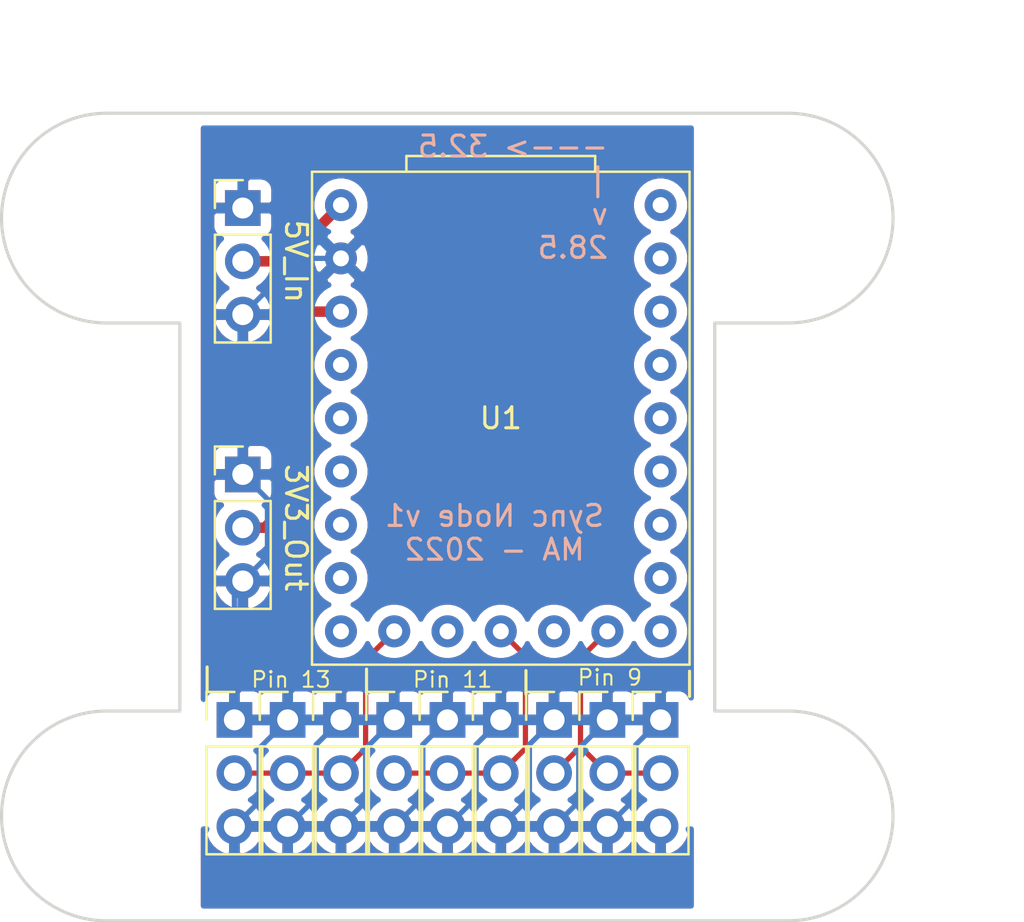
<source format=kicad_pcb>
(kicad_pcb (version 20171130) (host pcbnew "(5.1.10)-1")

  (general
    (thickness 1.6)
    (drawings 23)
    (tracks 57)
    (zones 0)
    (modules 16)
    (nets 24)
  )

  (page A4)
  (layers
    (0 F.Cu signal)
    (31 B.Cu signal)
    (32 B.Adhes user)
    (33 F.Adhes user)
    (34 B.Paste user)
    (35 F.Paste user)
    (36 B.SilkS user)
    (37 F.SilkS user)
    (38 B.Mask user)
    (39 F.Mask user)
    (40 Dwgs.User user)
    (41 Cmts.User user)
    (42 Eco1.User user)
    (43 Eco2.User user)
    (44 Edge.Cuts user)
    (45 Margin user)
    (46 B.CrtYd user)
    (47 F.CrtYd user)
    (48 B.Fab user)
    (49 F.Fab user hide)
  )

  (setup
    (last_trace_width 0.25)
    (trace_clearance 0.2)
    (zone_clearance 0.508)
    (zone_45_only no)
    (trace_min 0.2)
    (via_size 0.8)
    (via_drill 0.4)
    (via_min_size 0.4)
    (via_min_drill 0.3)
    (uvia_size 0.3)
    (uvia_drill 0.1)
    (uvias_allowed no)
    (uvia_min_size 0.2)
    (uvia_min_drill 0.1)
    (edge_width 0.05)
    (segment_width 0.2)
    (pcb_text_width 0.3)
    (pcb_text_size 1.5 1.5)
    (mod_edge_width 0.12)
    (mod_text_size 1 1)
    (mod_text_width 0.15)
    (pad_size 1.524 1.524)
    (pad_drill 0.762)
    (pad_to_mask_clearance 0)
    (aux_axis_origin 0 0)
    (visible_elements 7FFFFFFF)
    (pcbplotparams
      (layerselection 0x010fc_ffffffff)
      (usegerberextensions true)
      (usegerberattributes false)
      (usegerberadvancedattributes false)
      (creategerberjobfile false)
      (excludeedgelayer true)
      (linewidth 0.100000)
      (plotframeref false)
      (viasonmask false)
      (mode 1)
      (useauxorigin false)
      (hpglpennumber 1)
      (hpglpenspeed 20)
      (hpglpendiameter 15.000000)
      (psnegative false)
      (psa4output false)
      (plotreference true)
      (plotvalue false)
      (plotinvisibletext false)
      (padsonsilk false)
      (subtractmaskfromsilk true)
      (outputformat 1)
      (mirror false)
      (drillshape 0)
      (scaleselection 1)
      (outputdirectory "outputs/"))
  )

  (net 0 "")
  (net 1 Earth)
  (net 2 "Net-(J1-Pad2)")
  (net 3 "Net-(J2-Pad2)")
  (net 4 "Net-(J3-Pad2)")
  (net 5 "Net-(U1-Pad2)")
  (net 6 "Net-(U1-Pad3)")
  (net 7 "Net-(U1-Pad4)")
  (net 8 "Net-(U1-Pad5)")
  (net 9 "Net-(U1-Pad6)")
  (net 10 "Net-(U1-Pad7)")
  (net 11 "Net-(U1-Pad8)")
  (net 12 "Net-(U1-Pad0)")
  (net 13 "Net-(U1-Pad1)")
  (net 14 "Net-(U1-Pad10)")
  (net 15 "Net-(U1-Pad12)")
  (net 16 "Net-(U1-Pad14)")
  (net 17 "Net-(U1-Pad15)")
  (net 18 "Net-(U1-Pad26)")
  (net 19 "Net-(U1-Pad27)")
  (net 20 "Net-(U1-Pad28)")
  (net 21 "Net-(U1-Pad29)")
  (net 22 +3V3)
  (net 23 +5V)

  (net_class Default "This is the default net class."
    (clearance 0.2)
    (trace_width 0.25)
    (via_dia 0.8)
    (via_drill 0.4)
    (uvia_dia 0.3)
    (uvia_drill 0.1)
    (add_net Earth)
    (add_net "Net-(J1-Pad2)")
    (add_net "Net-(J2-Pad2)")
    (add_net "Net-(J3-Pad2)")
    (add_net "Net-(U1-Pad0)")
    (add_net "Net-(U1-Pad1)")
    (add_net "Net-(U1-Pad10)")
    (add_net "Net-(U1-Pad12)")
    (add_net "Net-(U1-Pad14)")
    (add_net "Net-(U1-Pad15)")
    (add_net "Net-(U1-Pad2)")
    (add_net "Net-(U1-Pad26)")
    (add_net "Net-(U1-Pad27)")
    (add_net "Net-(U1-Pad28)")
    (add_net "Net-(U1-Pad29)")
    (add_net "Net-(U1-Pad3)")
    (add_net "Net-(U1-Pad4)")
    (add_net "Net-(U1-Pad5)")
    (add_net "Net-(U1-Pad6)")
    (add_net "Net-(U1-Pad7)")
    (add_net "Net-(U1-Pad8)")
  )

  (net_class Power ""
    (clearance 0.2)
    (trace_width 0.5)
    (via_dia 0.8)
    (via_drill 0.4)
    (uvia_dia 0.3)
    (uvia_drill 0.1)
    (add_net +3V3)
    (add_net +5V)
  )

  (module MountingHole:MountingHole_3.2mm_M3 (layer F.Cu) (tedit 56D1B4CB) (tstamp 61E90A83)
    (at 146.5 99.5)
    (descr "Mounting Hole 3.2mm, no annular, M3")
    (tags "mounting hole 3.2mm no annular m3")
    (path /61EBBB28)
    (attr virtual)
    (fp_text reference H4 (at 0 -4.2) (layer F.Fab)
      (effects (font (size 1 1) (thickness 0.15)))
    )
    (fp_text value MountingHole (at 0 4.2) (layer F.Fab)
      (effects (font (size 1 1) (thickness 0.15)))
    )
    (fp_circle (center 0 0) (end 3.2 0) (layer Cmts.User) (width 0.15))
    (fp_circle (center 0 0) (end 3.45 0) (layer F.CrtYd) (width 0.05))
    (fp_text user %R (at 0.3 0) (layer F.Fab)
      (effects (font (size 1 1) (thickness 0.15)))
    )
    (pad 1 np_thru_hole circle (at 0 0) (size 3.2 3.2) (drill 3.2) (layers *.Cu *.Mask))
  )

  (module MountingHole:MountingHole_3.2mm_M3 (layer F.Cu) (tedit 56D1B4CB) (tstamp 61E90A7B)
    (at 146.5 71)
    (descr "Mounting Hole 3.2mm, no annular, M3")
    (tags "mounting hole 3.2mm no annular m3")
    (path /61EBA9F1)
    (attr virtual)
    (fp_text reference H3 (at 0 35) (layer F.Fab)
      (effects (font (size 1 1) (thickness 0.15)))
    )
    (fp_text value MountingHole (at 0 4.2) (layer F.Fab)
      (effects (font (size 1 1) (thickness 0.15)))
    )
    (fp_circle (center 0 0) (end 3.2 0) (layer Cmts.User) (width 0.15))
    (fp_circle (center 0 0) (end 3.45 0) (layer F.CrtYd) (width 0.05))
    (fp_text user %R (at 0.3 0) (layer F.Fab)
      (effects (font (size 1 1) (thickness 0.15)))
    )
    (pad 1 np_thru_hole circle (at 0 0) (size 3.2 3.2) (drill 3.2) (layers *.Cu *.Mask))
  )

  (module MountingHole:MountingHole_3.2mm_M3 (layer F.Cu) (tedit 56D1B4CB) (tstamp 61E90A73)
    (at 179 99.5)
    (descr "Mounting Hole 3.2mm, no annular, M3")
    (tags "mounting hole 3.2mm no annular m3")
    (path /61EBAEE5)
    (attr virtual)
    (fp_text reference H2 (at 0 -4.2) (layer F.Fab)
      (effects (font (size 1 1) (thickness 0.15)))
    )
    (fp_text value MountingHole (at 0 4.2) (layer F.Fab)
      (effects (font (size 1 1) (thickness 0.15)))
    )
    (fp_circle (center 0 0) (end 3.2 0) (layer Cmts.User) (width 0.15))
    (fp_circle (center 0 0) (end 3.45 0) (layer F.CrtYd) (width 0.05))
    (fp_text user %R (at 0.3 0) (layer F.Fab)
      (effects (font (size 1 1) (thickness 0.15)))
    )
    (pad 1 np_thru_hole circle (at 0 0) (size 3.2 3.2) (drill 3.2) (layers *.Cu *.Mask))
  )

  (module MountingHole:MountingHole_3.2mm_M3 (layer F.Cu) (tedit 56D1B4CB) (tstamp 61E90F67)
    (at 179 71)
    (descr "Mounting Hole 3.2mm, no annular, M3")
    (tags "mounting hole 3.2mm no annular m3")
    (path /61EBB176)
    (attr virtual)
    (fp_text reference H1 (at 0 -4.2) (layer F.Fab)
      (effects (font (size 1 1) (thickness 0.15)))
    )
    (fp_text value MountingHole (at 0 4.2) (layer F.Fab)
      (effects (font (size 1 1) (thickness 0.15)))
    )
    (fp_circle (center 0 0) (end 3.2 0) (layer Cmts.User) (width 0.15))
    (fp_circle (center 0 0) (end 3.45 0) (layer F.CrtYd) (width 0.05))
    (fp_text user %R (at 0.3 0) (layer F.Fab)
      (effects (font (size 1 1) (thickness 0.15)))
    )
    (pad 1 np_thru_hole circle (at 0 0) (size 3.2 3.2) (drill 3.2) (layers *.Cu *.Mask))
  )

  (module Connector_PinHeader_2.54mm:PinHeader_1x03_P2.54mm_Vertical (layer F.Cu) (tedit 59FED5CC) (tstamp 61E91466)
    (at 153 83.22)
    (descr "Through hole straight pin header, 1x03, 2.54mm pitch, single row")
    (tags "Through hole pin header THT 1x03 2.54mm single row")
    (path /61EADB2E)
    (fp_text reference J11 (at 0 -2.33) (layer F.Fab)
      (effects (font (size 1 1) (thickness 0.15)))
    )
    (fp_text value 3V3_Out (at 2.54 2.54 -90 unlocked) (layer F.SilkS)
      (effects (font (size 1 1) (thickness 0.15)))
    )
    (fp_line (start -0.635 -1.27) (end 1.27 -1.27) (layer F.Fab) (width 0.1))
    (fp_line (start 1.27 -1.27) (end 1.27 6.35) (layer F.Fab) (width 0.1))
    (fp_line (start 1.27 6.35) (end -1.27 6.35) (layer F.Fab) (width 0.1))
    (fp_line (start -1.27 6.35) (end -1.27 -0.635) (layer F.Fab) (width 0.1))
    (fp_line (start -1.27 -0.635) (end -0.635 -1.27) (layer F.Fab) (width 0.1))
    (fp_line (start -1.33 6.41) (end 1.33 6.41) (layer F.SilkS) (width 0.12))
    (fp_line (start -1.33 1.27) (end -1.33 6.41) (layer F.SilkS) (width 0.12))
    (fp_line (start 1.33 1.27) (end 1.33 6.41) (layer F.SilkS) (width 0.12))
    (fp_line (start -1.33 1.27) (end 1.33 1.27) (layer F.SilkS) (width 0.12))
    (fp_line (start -1.33 0) (end -1.33 -1.33) (layer F.SilkS) (width 0.12))
    (fp_line (start -1.33 -1.33) (end 0 -1.33) (layer F.SilkS) (width 0.12))
    (fp_line (start -1.8 -1.8) (end -1.8 6.85) (layer F.CrtYd) (width 0.05))
    (fp_line (start -1.8 6.85) (end 1.8 6.85) (layer F.CrtYd) (width 0.05))
    (fp_line (start 1.8 6.85) (end 1.8 -1.8) (layer F.CrtYd) (width 0.05))
    (fp_line (start 1.8 -1.8) (end -1.8 -1.8) (layer F.CrtYd) (width 0.05))
    (fp_text user %R (at 0 2.54 90) (layer F.Fab)
      (effects (font (size 1 1) (thickness 0.15)))
    )
    (pad 3 thru_hole oval (at 0 5.08) (size 1.7 1.7) (drill 1) (layers *.Cu *.Mask)
      (net 1 Earth))
    (pad 2 thru_hole oval (at 0 2.54) (size 1.7 1.7) (drill 1) (layers *.Cu *.Mask)
      (net 22 +3V3))
    (pad 1 thru_hole rect (at 0 0) (size 1.7 1.7) (drill 1) (layers *.Cu *.Mask)
      (net 1 Earth))
    (model ${KISYS3DMOD}/Connector_PinHeader_2.54mm.3dshapes/PinHeader_1x03_P2.54mm_Vertical.wrl
      (at (xyz 0 0 0))
      (scale (xyz 1 1 1))
      (rotate (xyz 0 0 0))
    )
  )

  (module Connector_PinHeader_2.54mm:PinHeader_1x03_P2.54mm_Vertical (layer F.Cu) (tedit 59FED5CC) (tstamp 61E95D4E)
    (at 153 70.52)
    (descr "Through hole straight pin header, 1x03, 2.54mm pitch, single row")
    (tags "Through hole pin header THT 1x03 2.54mm single row")
    (path /61EACD57)
    (fp_text reference J10 (at 0 -2.33) (layer F.Fab)
      (effects (font (size 1 1) (thickness 0.15)))
    )
    (fp_text value 5V_In (at 2.54 2.54 -90 unlocked) (layer F.SilkS)
      (effects (font (size 1 1) (thickness 0.15)))
    )
    (fp_line (start -0.635 -1.27) (end 1.27 -1.27) (layer F.Fab) (width 0.1))
    (fp_line (start 1.27 -1.27) (end 1.27 6.35) (layer F.Fab) (width 0.1))
    (fp_line (start 1.27 6.35) (end -1.27 6.35) (layer F.Fab) (width 0.1))
    (fp_line (start -1.27 6.35) (end -1.27 -0.635) (layer F.Fab) (width 0.1))
    (fp_line (start -1.27 -0.635) (end -0.635 -1.27) (layer F.Fab) (width 0.1))
    (fp_line (start -1.33 6.41) (end 1.33 6.41) (layer F.SilkS) (width 0.12))
    (fp_line (start -1.33 1.27) (end -1.33 6.41) (layer F.SilkS) (width 0.12))
    (fp_line (start 1.33 1.27) (end 1.33 6.41) (layer F.SilkS) (width 0.12))
    (fp_line (start -1.33 1.27) (end 1.33 1.27) (layer F.SilkS) (width 0.12))
    (fp_line (start -1.33 0) (end -1.33 -1.33) (layer F.SilkS) (width 0.12))
    (fp_line (start -1.33 -1.33) (end 0 -1.33) (layer F.SilkS) (width 0.12))
    (fp_line (start -1.8 -1.8) (end -1.8 6.85) (layer F.CrtYd) (width 0.05))
    (fp_line (start -1.8 6.85) (end 1.8 6.85) (layer F.CrtYd) (width 0.05))
    (fp_line (start 1.8 6.85) (end 1.8 -1.8) (layer F.CrtYd) (width 0.05))
    (fp_line (start 1.8 -1.8) (end -1.8 -1.8) (layer F.CrtYd) (width 0.05))
    (fp_text user %R (at 0 2.54 90) (layer F.Fab)
      (effects (font (size 1 1) (thickness 0.15)))
    )
    (pad 3 thru_hole oval (at 0 5.08) (size 1.7 1.7) (drill 1) (layers *.Cu *.Mask)
      (net 1 Earth))
    (pad 2 thru_hole oval (at 0 2.54) (size 1.7 1.7) (drill 1) (layers *.Cu *.Mask)
      (net 23 +5V))
    (pad 1 thru_hole rect (at 0 0) (size 1.7 1.7) (drill 1) (layers *.Cu *.Mask)
      (net 1 Earth))
    (model ${KISYS3DMOD}/Connector_PinHeader_2.54mm.3dshapes/PinHeader_1x03_P2.54mm_Vertical.wrl
      (at (xyz 0 0 0))
      (scale (xyz 1 1 1))
      (rotate (xyz 0 0 0))
    )
  )

  (module arduino:RPiPico_Waveshare (layer F.Cu) (tedit 61E893A3) (tstamp 61E914F5)
    (at 165.3 80.540001)
    (path /61E8BAEC)
    (fp_text reference U1 (at 0 0) (layer F.SilkS)
      (effects (font (size 1 1) (thickness 0.15)))
    )
    (fp_text value RPiPico_Waveshare (at 0 7.75) (layer F.Fab)
      (effects (font (size 0.75 0.75) (thickness 0.1)))
    )
    (fp_line (start -9 11.75) (end -9 -11.75) (layer F.SilkS) (width 0.12))
    (fp_line (start -9 -11.75) (end 9 -11.75) (layer F.SilkS) (width 0.12))
    (fp_line (start 9 11.75) (end 9 -11.75) (layer F.SilkS) (width 0.12))
    (fp_line (start -9 11.75) (end 9 11.75) (layer F.SilkS) (width 0.12))
    (fp_line (start -4.5 -11.75) (end -4.5 -12.5) (layer F.SilkS) (width 0.12))
    (fp_line (start 4.5 -12.5) (end 4.5 -11.75) (layer F.SilkS) (width 0.12))
    (fp_line (start -4.5 -12.5) (end 4.5 -12.5) (layer F.SilkS) (width 0.12))
    (pad 2 thru_hole circle (at 7.62 -5.08) (size 1.524 1.524) (drill 0.762) (layers *.Cu *.Mask)
      (net 5 "Net-(U1-Pad2)"))
    (pad 3 thru_hole circle (at 7.62 -2.54) (size 1.524 1.524) (drill 0.762) (layers *.Cu *.Mask)
      (net 6 "Net-(U1-Pad3)"))
    (pad 4 thru_hole circle (at 7.62 0) (size 1.524 1.524) (drill 0.762) (layers *.Cu *.Mask)
      (net 7 "Net-(U1-Pad4)"))
    (pad 5 thru_hole circle (at 7.62 2.54) (size 1.524 1.524) (drill 0.762) (layers *.Cu *.Mask)
      (net 8 "Net-(U1-Pad5)"))
    (pad 6 thru_hole circle (at 7.62 5.08) (size 1.524 1.524) (drill 0.762) (layers *.Cu *.Mask)
      (net 9 "Net-(U1-Pad6)"))
    (pad 7 thru_hole circle (at 7.62 7.62) (size 1.524 1.524) (drill 0.762) (layers *.Cu *.Mask)
      (net 10 "Net-(U1-Pad7)"))
    (pad 8 thru_hole circle (at 7.62 10.16) (size 1.524 1.524) (drill 0.762) (layers *.Cu *.Mask)
      (net 11 "Net-(U1-Pad8)"))
    (pad 9 thru_hole circle (at 5.08 10.16) (size 1.524 1.524) (drill 0.762) (layers *.Cu *.Mask)
      (net 4 "Net-(J3-Pad2)"))
    (pad 0 thru_hole circle (at 7.62 -10.16) (size 1.524 1.524) (drill 0.762) (layers *.Cu *.Mask)
      (net 12 "Net-(U1-Pad0)"))
    (pad 1 thru_hole circle (at 7.62 -7.62) (size 1.524 1.524) (drill 0.762) (layers *.Cu *.Mask)
      (net 13 "Net-(U1-Pad1)"))
    (pad 10 thru_hole circle (at 2.54 10.16) (size 1.524 1.524) (drill 0.762) (layers *.Cu *.Mask)
      (net 14 "Net-(U1-Pad10)"))
    (pad 11 thru_hole circle (at 0 10.16) (size 1.524 1.524) (drill 0.762) (layers *.Cu *.Mask)
      (net 3 "Net-(J2-Pad2)"))
    (pad 12 thru_hole circle (at -2.54 10.16) (size 1.524 1.524) (drill 0.762) (layers *.Cu *.Mask)
      (net 15 "Net-(U1-Pad12)"))
    (pad 13 thru_hole circle (at -5.08 10.16) (size 1.524 1.524) (drill 0.762) (layers *.Cu *.Mask)
      (net 2 "Net-(J1-Pad2)"))
    (pad 14 thru_hole circle (at -7.62 10.16) (size 1.524 1.524) (drill 0.762) (layers *.Cu *.Mask)
      (net 16 "Net-(U1-Pad14)"))
    (pad 15 thru_hole circle (at -7.62 7.62) (size 1.524 1.524) (drill 0.762) (layers *.Cu *.Mask)
      (net 17 "Net-(U1-Pad15)"))
    (pad 26 thru_hole circle (at -7.62 5.08) (size 1.524 1.524) (drill 0.762) (layers *.Cu *.Mask)
      (net 18 "Net-(U1-Pad26)"))
    (pad 27 thru_hole circle (at -7.62 2.54) (size 1.524 1.524) (drill 0.762) (layers *.Cu *.Mask)
      (net 19 "Net-(U1-Pad27)"))
    (pad 28 thru_hole circle (at -7.62 0) (size 1.524 1.524) (drill 0.762) (layers *.Cu *.Mask)
      (net 20 "Net-(U1-Pad28)"))
    (pad 29 thru_hole circle (at -7.62 -2.54) (size 1.524 1.524) (drill 0.762) (layers *.Cu *.Mask)
      (net 21 "Net-(U1-Pad29)"))
    (pad 30 thru_hole circle (at -7.62 -5.08) (size 1.524 1.524) (drill 0.762) (layers *.Cu *.Mask)
      (net 22 +3V3))
    (pad 31 thru_hole circle (at -7.62 -7.62) (size 1.524 1.524) (drill 0.762) (layers *.Cu *.Mask)
      (net 1 Earth))
    (pad 32 thru_hole circle (at -7.62 -10.16) (size 1.524 1.524) (drill 0.762) (layers *.Cu *.Mask)
      (net 23 +5V))
    (model ${KIPRJMOD}/lib/kicad-libraries/3D_models/WaveShare_RP2040-Zero.STEP
      (offset (xyz 0 0 2.54))
      (scale (xyz 1 1 1))
      (rotate (xyz -90 0 0))
    )
  )

  (module Connector_PinHeader_2.54mm:PinHeader_1x03_P2.54mm_Vertical (layer F.Cu) (tedit 59FED5CC) (tstamp 61E91395)
    (at 167.84 94.92)
    (descr "Through hole straight pin header, 1x03, 2.54mm pitch, single row")
    (tags "Through hole pin header THT 1x03 2.54mm single row")
    (path /61E97BC9)
    (fp_text reference J9 (at 0 -2.33) (layer F.Fab)
      (effects (font (size 1 1) (thickness 0.15)))
    )
    (fp_text value Conn_01x03_Male (at 0 7.41) (layer F.Fab)
      (effects (font (size 1 1) (thickness 0.15)))
    )
    (fp_line (start -0.635 -1.27) (end 1.27 -1.27) (layer F.Fab) (width 0.1))
    (fp_line (start 1.27 -1.27) (end 1.27 6.35) (layer F.Fab) (width 0.1))
    (fp_line (start 1.27 6.35) (end -1.27 6.35) (layer F.Fab) (width 0.1))
    (fp_line (start -1.27 6.35) (end -1.27 -0.635) (layer F.Fab) (width 0.1))
    (fp_line (start -1.27 -0.635) (end -0.635 -1.27) (layer F.Fab) (width 0.1))
    (fp_line (start -1.33 6.41) (end 1.33 6.41) (layer F.SilkS) (width 0.12))
    (fp_line (start -1.33 1.27) (end -1.33 6.41) (layer F.SilkS) (width 0.12))
    (fp_line (start 1.33 1.27) (end 1.33 6.41) (layer F.SilkS) (width 0.12))
    (fp_line (start -1.33 1.27) (end 1.33 1.27) (layer F.SilkS) (width 0.12))
    (fp_line (start -1.33 0) (end -1.33 -1.33) (layer F.SilkS) (width 0.12))
    (fp_line (start -1.33 -1.33) (end 0 -1.33) (layer F.SilkS) (width 0.12))
    (fp_line (start -1.8 -1.8) (end -1.8 6.85) (layer F.CrtYd) (width 0.05))
    (fp_line (start -1.8 6.85) (end 1.8 6.85) (layer F.CrtYd) (width 0.05))
    (fp_line (start 1.8 6.85) (end 1.8 -1.8) (layer F.CrtYd) (width 0.05))
    (fp_line (start 1.8 -1.8) (end -1.8 -1.8) (layer F.CrtYd) (width 0.05))
    (fp_text user %R (at 0 2.54 90) (layer F.Fab)
      (effects (font (size 1 1) (thickness 0.15)))
    )
    (pad 3 thru_hole oval (at 0 5.08) (size 1.7 1.7) (drill 1) (layers *.Cu *.Mask)
      (net 1 Earth))
    (pad 2 thru_hole oval (at 0 2.54) (size 1.7 1.7) (drill 1) (layers *.Cu *.Mask)
      (net 4 "Net-(J3-Pad2)"))
    (pad 1 thru_hole rect (at 0 0) (size 1.7 1.7) (drill 1) (layers *.Cu *.Mask)
      (net 1 Earth))
    (model ${KISYS3DMOD}/Connector_PinHeader_2.54mm.3dshapes/PinHeader_1x03_P2.54mm_Vertical.wrl
      (at (xyz 0 0 0))
      (scale (xyz 1 1 1))
      (rotate (xyz 0 0 0))
    )
  )

  (module Connector_PinHeader_2.54mm:PinHeader_1x03_P2.54mm_Vertical (layer F.Cu) (tedit 59FED5CC) (tstamp 61E91164)
    (at 162.76 94.92)
    (descr "Through hole straight pin header, 1x03, 2.54mm pitch, single row")
    (tags "Through hole pin header THT 1x03 2.54mm single row")
    (path /61E95E7F)
    (fp_text reference J8 (at 0 -2.33) (layer F.Fab)
      (effects (font (size 1 1) (thickness 0.15)))
    )
    (fp_text value Conn_01x03_Male (at 0 7.41) (layer F.Fab)
      (effects (font (size 1 1) (thickness 0.15)))
    )
    (fp_line (start -0.635 -1.27) (end 1.27 -1.27) (layer F.Fab) (width 0.1))
    (fp_line (start 1.27 -1.27) (end 1.27 6.35) (layer F.Fab) (width 0.1))
    (fp_line (start 1.27 6.35) (end -1.27 6.35) (layer F.Fab) (width 0.1))
    (fp_line (start -1.27 6.35) (end -1.27 -0.635) (layer F.Fab) (width 0.1))
    (fp_line (start -1.27 -0.635) (end -0.635 -1.27) (layer F.Fab) (width 0.1))
    (fp_line (start -1.33 6.41) (end 1.33 6.41) (layer F.SilkS) (width 0.12))
    (fp_line (start -1.33 1.27) (end -1.33 6.41) (layer F.SilkS) (width 0.12))
    (fp_line (start 1.33 1.27) (end 1.33 6.41) (layer F.SilkS) (width 0.12))
    (fp_line (start -1.33 1.27) (end 1.33 1.27) (layer F.SilkS) (width 0.12))
    (fp_line (start -1.33 0) (end -1.33 -1.33) (layer F.SilkS) (width 0.12))
    (fp_line (start -1.33 -1.33) (end 0 -1.33) (layer F.SilkS) (width 0.12))
    (fp_line (start -1.8 -1.8) (end -1.8 6.85) (layer F.CrtYd) (width 0.05))
    (fp_line (start -1.8 6.85) (end 1.8 6.85) (layer F.CrtYd) (width 0.05))
    (fp_line (start 1.8 6.85) (end 1.8 -1.8) (layer F.CrtYd) (width 0.05))
    (fp_line (start 1.8 -1.8) (end -1.8 -1.8) (layer F.CrtYd) (width 0.05))
    (fp_text user %R (at 0 2.54 90) (layer F.Fab)
      (effects (font (size 1 1) (thickness 0.15)))
    )
    (pad 3 thru_hole oval (at 0 5.08) (size 1.7 1.7) (drill 1) (layers *.Cu *.Mask)
      (net 1 Earth))
    (pad 2 thru_hole oval (at 0 2.54) (size 1.7 1.7) (drill 1) (layers *.Cu *.Mask)
      (net 3 "Net-(J2-Pad2)"))
    (pad 1 thru_hole rect (at 0 0) (size 1.7 1.7) (drill 1) (layers *.Cu *.Mask)
      (net 1 Earth))
    (model ${KISYS3DMOD}/Connector_PinHeader_2.54mm.3dshapes/PinHeader_1x03_P2.54mm_Vertical.wrl
      (at (xyz 0 0 0))
      (scale (xyz 1 1 1))
      (rotate (xyz 0 0 0))
    )
  )

  (module Connector_PinHeader_2.54mm:PinHeader_1x03_P2.54mm_Vertical (layer F.Cu) (tedit 59FED5CC) (tstamp 61E9124B)
    (at 157.68 94.92)
    (descr "Through hole straight pin header, 1x03, 2.54mm pitch, single row")
    (tags "Through hole pin header THT 1x03 2.54mm single row")
    (path /61E8F1E3)
    (fp_text reference J7 (at 0 -2.33) (layer F.Fab)
      (effects (font (size 1 1) (thickness 0.15)))
    )
    (fp_text value Conn_01x03_Male (at 0 7.41) (layer F.Fab)
      (effects (font (size 1 1) (thickness 0.15)))
    )
    (fp_line (start -0.635 -1.27) (end 1.27 -1.27) (layer F.Fab) (width 0.1))
    (fp_line (start 1.27 -1.27) (end 1.27 6.35) (layer F.Fab) (width 0.1))
    (fp_line (start 1.27 6.35) (end -1.27 6.35) (layer F.Fab) (width 0.1))
    (fp_line (start -1.27 6.35) (end -1.27 -0.635) (layer F.Fab) (width 0.1))
    (fp_line (start -1.27 -0.635) (end -0.635 -1.27) (layer F.Fab) (width 0.1))
    (fp_line (start -1.33 6.41) (end 1.33 6.41) (layer F.SilkS) (width 0.12))
    (fp_line (start -1.33 1.27) (end -1.33 6.41) (layer F.SilkS) (width 0.12))
    (fp_line (start 1.33 1.27) (end 1.33 6.41) (layer F.SilkS) (width 0.12))
    (fp_line (start -1.33 1.27) (end 1.33 1.27) (layer F.SilkS) (width 0.12))
    (fp_line (start -1.33 0) (end -1.33 -1.33) (layer F.SilkS) (width 0.12))
    (fp_line (start -1.33 -1.33) (end 0 -1.33) (layer F.SilkS) (width 0.12))
    (fp_line (start -1.8 -1.8) (end -1.8 6.85) (layer F.CrtYd) (width 0.05))
    (fp_line (start -1.8 6.85) (end 1.8 6.85) (layer F.CrtYd) (width 0.05))
    (fp_line (start 1.8 6.85) (end 1.8 -1.8) (layer F.CrtYd) (width 0.05))
    (fp_line (start 1.8 -1.8) (end -1.8 -1.8) (layer F.CrtYd) (width 0.05))
    (fp_text user %R (at 0 2.54 90) (layer F.Fab)
      (effects (font (size 1 1) (thickness 0.15)))
    )
    (pad 3 thru_hole oval (at 0 5.08) (size 1.7 1.7) (drill 1) (layers *.Cu *.Mask)
      (net 1 Earth))
    (pad 2 thru_hole oval (at 0 2.54) (size 1.7 1.7) (drill 1) (layers *.Cu *.Mask)
      (net 2 "Net-(J1-Pad2)"))
    (pad 1 thru_hole rect (at 0 0) (size 1.7 1.7) (drill 1) (layers *.Cu *.Mask)
      (net 1 Earth))
    (model ${KISYS3DMOD}/Connector_PinHeader_2.54mm.3dshapes/PinHeader_1x03_P2.54mm_Vertical.wrl
      (at (xyz 0 0 0))
      (scale (xyz 1 1 1))
      (rotate (xyz 0 0 0))
    )
  )

  (module Connector_PinHeader_2.54mm:PinHeader_1x03_P2.54mm_Vertical (layer F.Cu) (tedit 59FED5CC) (tstamp 61E91353)
    (at 170.38 94.92)
    (descr "Through hole straight pin header, 1x03, 2.54mm pitch, single row")
    (tags "Through hole pin header THT 1x03 2.54mm single row")
    (path /61E97BC3)
    (fp_text reference J6 (at 0 -2.33) (layer F.Fab)
      (effects (font (size 1 1) (thickness 0.15)))
    )
    (fp_text value Conn_01x03_Male (at 0 7.41) (layer F.Fab)
      (effects (font (size 1 1) (thickness 0.15)))
    )
    (fp_line (start -0.635 -1.27) (end 1.27 -1.27) (layer F.Fab) (width 0.1))
    (fp_line (start 1.27 -1.27) (end 1.27 6.35) (layer F.Fab) (width 0.1))
    (fp_line (start 1.27 6.35) (end -1.27 6.35) (layer F.Fab) (width 0.1))
    (fp_line (start -1.27 6.35) (end -1.27 -0.635) (layer F.Fab) (width 0.1))
    (fp_line (start -1.27 -0.635) (end -0.635 -1.27) (layer F.Fab) (width 0.1))
    (fp_line (start -1.33 6.41) (end 1.33 6.41) (layer F.SilkS) (width 0.12))
    (fp_line (start -1.33 1.27) (end -1.33 6.41) (layer F.SilkS) (width 0.12))
    (fp_line (start 1.33 1.27) (end 1.33 6.41) (layer F.SilkS) (width 0.12))
    (fp_line (start -1.33 1.27) (end 1.33 1.27) (layer F.SilkS) (width 0.12))
    (fp_line (start -1.33 0) (end -1.33 -1.33) (layer F.SilkS) (width 0.12))
    (fp_line (start -1.33 -1.33) (end 0 -1.33) (layer F.SilkS) (width 0.12))
    (fp_line (start -1.8 -1.8) (end -1.8 6.85) (layer F.CrtYd) (width 0.05))
    (fp_line (start -1.8 6.85) (end 1.8 6.85) (layer F.CrtYd) (width 0.05))
    (fp_line (start 1.8 6.85) (end 1.8 -1.8) (layer F.CrtYd) (width 0.05))
    (fp_line (start 1.8 -1.8) (end -1.8 -1.8) (layer F.CrtYd) (width 0.05))
    (fp_text user %R (at 0 2.54 90) (layer F.Fab)
      (effects (font (size 1 1) (thickness 0.15)))
    )
    (pad 3 thru_hole oval (at 0 5.08) (size 1.7 1.7) (drill 1) (layers *.Cu *.Mask)
      (net 1 Earth))
    (pad 2 thru_hole oval (at 0 2.54) (size 1.7 1.7) (drill 1) (layers *.Cu *.Mask)
      (net 4 "Net-(J3-Pad2)"))
    (pad 1 thru_hole rect (at 0 0) (size 1.7 1.7) (drill 1) (layers *.Cu *.Mask)
      (net 1 Earth))
    (model ${KISYS3DMOD}/Connector_PinHeader_2.54mm.3dshapes/PinHeader_1x03_P2.54mm_Vertical.wrl
      (at (xyz 0 0 0))
      (scale (xyz 1 1 1))
      (rotate (xyz 0 0 0))
    )
  )

  (module Connector_PinHeader_2.54mm:PinHeader_1x03_P2.54mm_Vertical (layer F.Cu) (tedit 59FED5CC) (tstamp 61E91311)
    (at 160.22 94.92)
    (descr "Through hole straight pin header, 1x03, 2.54mm pitch, single row")
    (tags "Through hole pin header THT 1x03 2.54mm single row")
    (path /61E95E79)
    (fp_text reference J5 (at 0 -2.33) (layer F.Fab)
      (effects (font (size 1 1) (thickness 0.15)))
    )
    (fp_text value Conn_01x03_Male (at 0 7.41) (layer F.Fab)
      (effects (font (size 1 1) (thickness 0.15)))
    )
    (fp_line (start -0.635 -1.27) (end 1.27 -1.27) (layer F.Fab) (width 0.1))
    (fp_line (start 1.27 -1.27) (end 1.27 6.35) (layer F.Fab) (width 0.1))
    (fp_line (start 1.27 6.35) (end -1.27 6.35) (layer F.Fab) (width 0.1))
    (fp_line (start -1.27 6.35) (end -1.27 -0.635) (layer F.Fab) (width 0.1))
    (fp_line (start -1.27 -0.635) (end -0.635 -1.27) (layer F.Fab) (width 0.1))
    (fp_line (start -1.33 6.41) (end 1.33 6.41) (layer F.SilkS) (width 0.12))
    (fp_line (start -1.33 1.27) (end -1.33 6.41) (layer F.SilkS) (width 0.12))
    (fp_line (start 1.33 1.27) (end 1.33 6.41) (layer F.SilkS) (width 0.12))
    (fp_line (start -1.33 1.27) (end 1.33 1.27) (layer F.SilkS) (width 0.12))
    (fp_line (start -1.33 0) (end -1.33 -1.33) (layer F.SilkS) (width 0.12))
    (fp_line (start -1.33 -1.33) (end 0 -1.33) (layer F.SilkS) (width 0.12))
    (fp_line (start -1.8 -1.8) (end -1.8 6.85) (layer F.CrtYd) (width 0.05))
    (fp_line (start -1.8 6.85) (end 1.8 6.85) (layer F.CrtYd) (width 0.05))
    (fp_line (start 1.8 6.85) (end 1.8 -1.8) (layer F.CrtYd) (width 0.05))
    (fp_line (start 1.8 -1.8) (end -1.8 -1.8) (layer F.CrtYd) (width 0.05))
    (fp_text user %R (at 0 2.54 90) (layer F.Fab)
      (effects (font (size 1 1) (thickness 0.15)))
    )
    (pad 3 thru_hole oval (at 0 5.08) (size 1.7 1.7) (drill 1) (layers *.Cu *.Mask)
      (net 1 Earth))
    (pad 2 thru_hole oval (at 0 2.54) (size 1.7 1.7) (drill 1) (layers *.Cu *.Mask)
      (net 3 "Net-(J2-Pad2)"))
    (pad 1 thru_hole rect (at 0 0) (size 1.7 1.7) (drill 1) (layers *.Cu *.Mask)
      (net 1 Earth))
    (model ${KISYS3DMOD}/Connector_PinHeader_2.54mm.3dshapes/PinHeader_1x03_P2.54mm_Vertical.wrl
      (at (xyz 0 0 0))
      (scale (xyz 1 1 1))
      (rotate (xyz 0 0 0))
    )
  )

  (module Connector_PinHeader_2.54mm:PinHeader_1x03_P2.54mm_Vertical (layer F.Cu) (tedit 59FED5CC) (tstamp 61E9128D)
    (at 155.14 94.92)
    (descr "Through hole straight pin header, 1x03, 2.54mm pitch, single row")
    (tags "Through hole pin header THT 1x03 2.54mm single row")
    (path /61E8ED6A)
    (fp_text reference J4 (at 0 -2.33) (layer F.Fab)
      (effects (font (size 1 1) (thickness 0.15)))
    )
    (fp_text value Conn_01x03_Male (at 0 7.41) (layer F.Fab)
      (effects (font (size 1 1) (thickness 0.15)))
    )
    (fp_line (start -0.635 -1.27) (end 1.27 -1.27) (layer F.Fab) (width 0.1))
    (fp_line (start 1.27 -1.27) (end 1.27 6.35) (layer F.Fab) (width 0.1))
    (fp_line (start 1.27 6.35) (end -1.27 6.35) (layer F.Fab) (width 0.1))
    (fp_line (start -1.27 6.35) (end -1.27 -0.635) (layer F.Fab) (width 0.1))
    (fp_line (start -1.27 -0.635) (end -0.635 -1.27) (layer F.Fab) (width 0.1))
    (fp_line (start -1.33 6.41) (end 1.33 6.41) (layer F.SilkS) (width 0.12))
    (fp_line (start -1.33 1.27) (end -1.33 6.41) (layer F.SilkS) (width 0.12))
    (fp_line (start 1.33 1.27) (end 1.33 6.41) (layer F.SilkS) (width 0.12))
    (fp_line (start -1.33 1.27) (end 1.33 1.27) (layer F.SilkS) (width 0.12))
    (fp_line (start -1.33 0) (end -1.33 -1.33) (layer F.SilkS) (width 0.12))
    (fp_line (start -1.33 -1.33) (end 0 -1.33) (layer F.SilkS) (width 0.12))
    (fp_line (start -1.8 -1.8) (end -1.8 6.85) (layer F.CrtYd) (width 0.05))
    (fp_line (start -1.8 6.85) (end 1.8 6.85) (layer F.CrtYd) (width 0.05))
    (fp_line (start 1.8 6.85) (end 1.8 -1.8) (layer F.CrtYd) (width 0.05))
    (fp_line (start 1.8 -1.8) (end -1.8 -1.8) (layer F.CrtYd) (width 0.05))
    (fp_text user %R (at 0 2.54 90) (layer F.Fab)
      (effects (font (size 1 1) (thickness 0.15)))
    )
    (pad 3 thru_hole oval (at 0 5.08) (size 1.7 1.7) (drill 1) (layers *.Cu *.Mask)
      (net 1 Earth))
    (pad 2 thru_hole oval (at 0 2.54) (size 1.7 1.7) (drill 1) (layers *.Cu *.Mask)
      (net 2 "Net-(J1-Pad2)"))
    (pad 1 thru_hole rect (at 0 0) (size 1.7 1.7) (drill 1) (layers *.Cu *.Mask)
      (net 1 Earth))
    (model ${KISYS3DMOD}/Connector_PinHeader_2.54mm.3dshapes/PinHeader_1x03_P2.54mm_Vertical.wrl
      (at (xyz 0 0 0))
      (scale (xyz 1 1 1))
      (rotate (xyz 0 0 0))
    )
  )

  (module Connector_PinHeader_2.54mm:PinHeader_1x03_P2.54mm_Vertical (layer F.Cu) (tedit 59FED5CC) (tstamp 61E912CF)
    (at 172.92 94.92)
    (descr "Through hole straight pin header, 1x03, 2.54mm pitch, single row")
    (tags "Through hole pin header THT 1x03 2.54mm single row")
    (path /61E97BBD)
    (fp_text reference J3 (at 0 -2.33) (layer F.Fab)
      (effects (font (size 1 1) (thickness 0.15)))
    )
    (fp_text value Conn_01x03_Male (at 0 7.41) (layer F.Fab)
      (effects (font (size 1 1) (thickness 0.15)))
    )
    (fp_line (start -0.635 -1.27) (end 1.27 -1.27) (layer F.Fab) (width 0.1))
    (fp_line (start 1.27 -1.27) (end 1.27 6.35) (layer F.Fab) (width 0.1))
    (fp_line (start 1.27 6.35) (end -1.27 6.35) (layer F.Fab) (width 0.1))
    (fp_line (start -1.27 6.35) (end -1.27 -0.635) (layer F.Fab) (width 0.1))
    (fp_line (start -1.27 -0.635) (end -0.635 -1.27) (layer F.Fab) (width 0.1))
    (fp_line (start -1.33 6.41) (end 1.33 6.41) (layer F.SilkS) (width 0.12))
    (fp_line (start -1.33 1.27) (end -1.33 6.41) (layer F.SilkS) (width 0.12))
    (fp_line (start 1.33 1.27) (end 1.33 6.41) (layer F.SilkS) (width 0.12))
    (fp_line (start -1.33 1.27) (end 1.33 1.27) (layer F.SilkS) (width 0.12))
    (fp_line (start -1.33 0) (end -1.33 -1.33) (layer F.SilkS) (width 0.12))
    (fp_line (start -1.33 -1.33) (end 0 -1.33) (layer F.SilkS) (width 0.12))
    (fp_line (start -1.8 -1.8) (end -1.8 6.85) (layer F.CrtYd) (width 0.05))
    (fp_line (start -1.8 6.85) (end 1.8 6.85) (layer F.CrtYd) (width 0.05))
    (fp_line (start 1.8 6.85) (end 1.8 -1.8) (layer F.CrtYd) (width 0.05))
    (fp_line (start 1.8 -1.8) (end -1.8 -1.8) (layer F.CrtYd) (width 0.05))
    (fp_text user %R (at 0 2.54 90) (layer F.Fab)
      (effects (font (size 1 1) (thickness 0.15)))
    )
    (pad 3 thru_hole oval (at 0 5.08) (size 1.7 1.7) (drill 1) (layers *.Cu *.Mask)
      (net 1 Earth))
    (pad 2 thru_hole oval (at 0 2.54) (size 1.7 1.7) (drill 1) (layers *.Cu *.Mask)
      (net 4 "Net-(J3-Pad2)"))
    (pad 1 thru_hole rect (at 0 0) (size 1.7 1.7) (drill 1) (layers *.Cu *.Mask)
      (net 1 Earth))
    (model ${KISYS3DMOD}/Connector_PinHeader_2.54mm.3dshapes/PinHeader_1x03_P2.54mm_Vertical.wrl
      (at (xyz 0 0 0))
      (scale (xyz 1 1 1))
      (rotate (xyz 0 0 0))
    )
  )

  (module Connector_PinHeader_2.54mm:PinHeader_1x03_P2.54mm_Vertical (layer F.Cu) (tedit 59FED5CC) (tstamp 61E913D7)
    (at 165.3 94.92)
    (descr "Through hole straight pin header, 1x03, 2.54mm pitch, single row")
    (tags "Through hole pin header THT 1x03 2.54mm single row")
    (path /61E95E73)
    (fp_text reference J2 (at 0 -2.33) (layer F.Fab)
      (effects (font (size 1 1) (thickness 0.15)))
    )
    (fp_text value Conn_01x03_Male (at 0 7.41) (layer F.Fab)
      (effects (font (size 1 1) (thickness 0.15)))
    )
    (fp_line (start -0.635 -1.27) (end 1.27 -1.27) (layer F.Fab) (width 0.1))
    (fp_line (start 1.27 -1.27) (end 1.27 6.35) (layer F.Fab) (width 0.1))
    (fp_line (start 1.27 6.35) (end -1.27 6.35) (layer F.Fab) (width 0.1))
    (fp_line (start -1.27 6.35) (end -1.27 -0.635) (layer F.Fab) (width 0.1))
    (fp_line (start -1.27 -0.635) (end -0.635 -1.27) (layer F.Fab) (width 0.1))
    (fp_line (start -1.33 6.41) (end 1.33 6.41) (layer F.SilkS) (width 0.12))
    (fp_line (start -1.33 1.27) (end -1.33 6.41) (layer F.SilkS) (width 0.12))
    (fp_line (start 1.33 1.27) (end 1.33 6.41) (layer F.SilkS) (width 0.12))
    (fp_line (start -1.33 1.27) (end 1.33 1.27) (layer F.SilkS) (width 0.12))
    (fp_line (start -1.33 0) (end -1.33 -1.33) (layer F.SilkS) (width 0.12))
    (fp_line (start -1.33 -1.33) (end 0 -1.33) (layer F.SilkS) (width 0.12))
    (fp_line (start -1.8 -1.8) (end -1.8 6.85) (layer F.CrtYd) (width 0.05))
    (fp_line (start -1.8 6.85) (end 1.8 6.85) (layer F.CrtYd) (width 0.05))
    (fp_line (start 1.8 6.85) (end 1.8 -1.8) (layer F.CrtYd) (width 0.05))
    (fp_line (start 1.8 -1.8) (end -1.8 -1.8) (layer F.CrtYd) (width 0.05))
    (fp_text user %R (at 0 2.54 90) (layer F.Fab)
      (effects (font (size 1 1) (thickness 0.15)))
    )
    (pad 3 thru_hole oval (at 0 5.08) (size 1.7 1.7) (drill 1) (layers *.Cu *.Mask)
      (net 1 Earth))
    (pad 2 thru_hole oval (at 0 2.54) (size 1.7 1.7) (drill 1) (layers *.Cu *.Mask)
      (net 3 "Net-(J2-Pad2)"))
    (pad 1 thru_hole rect (at 0 0) (size 1.7 1.7) (drill 1) (layers *.Cu *.Mask)
      (net 1 Earth))
    (model ${KISYS3DMOD}/Connector_PinHeader_2.54mm.3dshapes/PinHeader_1x03_P2.54mm_Vertical.wrl
      (at (xyz 0 0 0))
      (scale (xyz 1 1 1))
      (rotate (xyz 0 0 0))
    )
  )

  (module Connector_PinHeader_2.54mm:PinHeader_1x03_P2.54mm_Vertical (layer F.Cu) (tedit 59FED5CC) (tstamp 61E911A6)
    (at 152.6 94.92)
    (descr "Through hole straight pin header, 1x03, 2.54mm pitch, single row")
    (tags "Through hole pin header THT 1x03 2.54mm single row")
    (path /61E8CB41)
    (fp_text reference J1 (at 0 -2.33) (layer F.Fab)
      (effects (font (size 1 1) (thickness 0.15)))
    )
    (fp_text value Conn_01x03_Male (at 0 7.41) (layer F.Fab)
      (effects (font (size 1 1) (thickness 0.15)))
    )
    (fp_line (start -0.635 -1.27) (end 1.27 -1.27) (layer F.Fab) (width 0.1))
    (fp_line (start 1.27 -1.27) (end 1.27 6.35) (layer F.Fab) (width 0.1))
    (fp_line (start 1.27 6.35) (end -1.27 6.35) (layer F.Fab) (width 0.1))
    (fp_line (start -1.27 6.35) (end -1.27 -0.635) (layer F.Fab) (width 0.1))
    (fp_line (start -1.27 -0.635) (end -0.635 -1.27) (layer F.Fab) (width 0.1))
    (fp_line (start -1.33 6.41) (end 1.33 6.41) (layer F.SilkS) (width 0.12))
    (fp_line (start -1.33 1.27) (end -1.33 6.41) (layer F.SilkS) (width 0.12))
    (fp_line (start 1.33 1.27) (end 1.33 6.41) (layer F.SilkS) (width 0.12))
    (fp_line (start -1.33 1.27) (end 1.33 1.27) (layer F.SilkS) (width 0.12))
    (fp_line (start -1.33 0) (end -1.33 -1.33) (layer F.SilkS) (width 0.12))
    (fp_line (start -1.33 -1.33) (end 0 -1.33) (layer F.SilkS) (width 0.12))
    (fp_line (start -1.8 -1.8) (end -1.8 6.85) (layer F.CrtYd) (width 0.05))
    (fp_line (start -1.8 6.85) (end 1.8 6.85) (layer F.CrtYd) (width 0.05))
    (fp_line (start 1.8 6.85) (end 1.8 -1.8) (layer F.CrtYd) (width 0.05))
    (fp_line (start 1.8 -1.8) (end -1.8 -1.8) (layer F.CrtYd) (width 0.05))
    (fp_text user %R (at 0 2.54 90) (layer F.Fab)
      (effects (font (size 1 1) (thickness 0.15)))
    )
    (pad 3 thru_hole oval (at 0 5.08) (size 1.7 1.7) (drill 1) (layers *.Cu *.Mask)
      (net 1 Earth))
    (pad 2 thru_hole oval (at 0 2.54) (size 1.7 1.7) (drill 1) (layers *.Cu *.Mask)
      (net 2 "Net-(J1-Pad2)"))
    (pad 1 thru_hole rect (at 0 0) (size 1.7 1.7) (drill 1) (layers *.Cu *.Mask)
      (net 1 Earth))
    (model ${KISYS3DMOD}/Connector_PinHeader_2.54mm.3dshapes/PinHeader_1x03_P2.54mm_Vertical.wrl
      (at (xyz 0 0 0))
      (scale (xyz 1 1 1))
      (rotate (xyz 0 0 0))
    )
  )

  (gr_line (start 174.3 93.8) (end 174.3 92.6) (layer F.SilkS) (width 0.15) (tstamp 61E945E3))
  (gr_line (start 151.3 93.6) (end 151.3 92.4) (layer F.SilkS) (width 0.15) (tstamp 61E945E3))
  (gr_text "Sync Node v1\nMA - 2022" (at 165 86) (layer B.SilkS) (tstamp 61E91B87)
    (effects (font (size 1 1) (thickness 0.15)) (justify mirror))
  )
  (gr_text "---> 32.5\n|\nv\n28.5" (at 170.5 70) (layer B.SilkS)
    (effects (font (size 1 1) (thickness 0.15)) (justify left mirror))
  )
  (gr_text "Pin 9" (at 170.5 92.9) (layer F.SilkS) (tstamp 61E919ED)
    (effects (font (size 0.75 0.75) (thickness 0.1)))
  )
  (gr_text "Pin 11" (at 163 93) (layer F.SilkS) (tstamp 61E919ED)
    (effects (font (size 0.75 0.75) (thickness 0.1)))
  )
  (gr_text "Pin 13" (at 155.3 93) (layer F.SilkS)
    (effects (font (size 0.75 0.75) (thickness 0.1)))
  )
  (gr_line (start 166.5 92.574) (end 166.5 93.7) (layer F.SilkS) (width 0.15))
  (gr_line (start 158.9 93.7) (end 158.9 92.5) (layer F.SilkS) (width 0.15))
  (dimension 28.5 (width 0.15) (layer Dwgs.User)
    (gr_text "28.500 mm" (at 188.9 85.25 270) (layer Dwgs.User)
      (effects (font (size 1 1) (thickness 0.15)))
    )
    (feature1 (pts (xy 179 99.5) (xy 188.186421 99.5)))
    (feature2 (pts (xy 179 71) (xy 188.186421 71)))
    (crossbar (pts (xy 187.6 71) (xy 187.6 99.5)))
    (arrow1a (pts (xy 187.6 99.5) (xy 187.013579 98.373496)))
    (arrow1b (pts (xy 187.6 99.5) (xy 188.186421 98.373496)))
    (arrow2a (pts (xy 187.6 71) (xy 187.013579 72.126504)))
    (arrow2b (pts (xy 187.6 71) (xy 188.186421 72.126504)))
  )
  (dimension 32.5 (width 0.15) (layer Dwgs.User)
    (gr_text "32.500 mm" (at 162.75 61.300001) (layer Dwgs.User)
      (effects (font (size 1 1) (thickness 0.15)))
    )
    (feature1 (pts (xy 146.5 71) (xy 146.5 62.01358)))
    (feature2 (pts (xy 179 71) (xy 179 62.01358)))
    (crossbar (pts (xy 179 62.600001) (xy 146.5 62.600001)))
    (arrow1a (pts (xy 146.5 62.600001) (xy 147.626504 62.01358)))
    (arrow1b (pts (xy 146.5 62.600001) (xy 147.626504 63.186422)))
    (arrow2a (pts (xy 179 62.600001) (xy 177.873496 62.01358)))
    (arrow2b (pts (xy 179 62.600001) (xy 177.873496 63.186422)))
  )
  (gr_line (start 150 94.5) (end 146.5 94.5) (layer Edge.Cuts) (width 0.15) (tstamp 61E90FB2))
  (gr_line (start 146.5 76) (end 150 76) (layer Edge.Cuts) (width 0.15) (tstamp 61E90FA9))
  (gr_line (start 179 66) (end 146.5 66) (layer Edge.Cuts) (width 0.15) (tstamp 61E90F49))
  (gr_line (start 175.5 76) (end 179 76) (layer Edge.Cuts) (width 0.15) (tstamp 61E90F48))
  (gr_line (start 175.5 94.5) (end 175.5 76) (layer Edge.Cuts) (width 0.15))
  (gr_arc (start 179 71) (end 179 76) (angle -180) (layer Edge.Cuts) (width 0.15))
  (gr_arc (start 146.5 71) (end 146.5 66) (angle -180) (layer Edge.Cuts) (width 0.15))
  (gr_arc (start 146.5 99.5) (end 146.5 94.5) (angle -180) (layer Edge.Cuts) (width 0.15))
  (gr_arc (start 179 99.5) (end 179 104.5) (angle -180) (layer Edge.Cuts) (width 0.15))
  (gr_line (start 150 94.5) (end 150 76) (layer Edge.Cuts) (width 0.15) (tstamp 61E90D2E))
  (gr_line (start 179 104.5) (end 146.5 104.5) (layer Edge.Cuts) (width 0.15))
  (gr_line (start 175.5 94.5) (end 179 94.5) (layer Edge.Cuts) (width 0.15))

  (segment (start 172.92 100) (end 152.6 100) (width 0.25) (layer B.Cu) (net 1))
  (segment (start 152.6 94.92) (end 172.92 94.92) (width 0.25) (layer B.Cu) (net 1))
  (segment (start 166.664999 96.095001) (end 167.84 94.92) (width 0.25) (layer B.Cu) (net 1))
  (segment (start 166.664999 98.635001) (end 166.664999 96.095001) (width 0.25) (layer B.Cu) (net 1))
  (segment (start 165.3 100) (end 166.664999 98.635001) (width 0.25) (layer B.Cu) (net 1))
  (segment (start 152.6 88.7) (end 153 88.3) (width 0.25) (layer B.Cu) (net 1))
  (segment (start 152.6 94.92) (end 152.6 88.7) (width 0.25) (layer B.Cu) (net 1))
  (segment (start 155.279999 70.52) (end 157.68 72.920001) (width 0.25) (layer B.Cu) (net 1))
  (segment (start 153 70.52) (end 155.279999 70.52) (width 0.25) (layer B.Cu) (net 1))
  (segment (start 155.679999 72.920001) (end 153 75.6) (width 0.25) (layer B.Cu) (net 1))
  (segment (start 157.68 72.920001) (end 155.679999 72.920001) (width 0.25) (layer B.Cu) (net 1))
  (segment (start 153 75.6) (end 153 83.22) (width 0.25) (layer B.Cu) (net 1))
  (segment (start 154.175001 87.124999) (end 153 88.3) (width 0.25) (layer B.Cu) (net 1))
  (segment (start 154.175001 84.395001) (end 154.175001 87.124999) (width 0.25) (layer B.Cu) (net 1))
  (segment (start 153 83.22) (end 154.175001 84.395001) (width 0.25) (layer B.Cu) (net 1))
  (segment (start 156.504999 96.095001) (end 157.68 94.92) (width 0.25) (layer B.Cu) (net 1))
  (segment (start 156.504999 98.635001) (end 156.504999 96.095001) (width 0.25) (layer B.Cu) (net 1))
  (segment (start 155.14 100) (end 156.504999 98.635001) (width 0.25) (layer B.Cu) (net 1))
  (segment (start 158.855001 96.284999) (end 160.22 94.92) (width 0.25) (layer B.Cu) (net 1))
  (segment (start 158.855001 98.824999) (end 158.855001 96.284999) (width 0.25) (layer B.Cu) (net 1))
  (segment (start 157.68 100) (end 158.855001 98.824999) (width 0.25) (layer B.Cu) (net 1))
  (segment (start 161.584999 96.095001) (end 162.76 94.92) (width 0.25) (layer B.Cu) (net 1))
  (segment (start 161.584999 98.635001) (end 161.584999 96.095001) (width 0.25) (layer B.Cu) (net 1))
  (segment (start 160.22 100) (end 161.584999 98.635001) (width 0.25) (layer B.Cu) (net 1))
  (segment (start 164.124999 96.095001) (end 165.3 94.92) (width 0.25) (layer B.Cu) (net 1))
  (segment (start 164.124999 98.635001) (end 164.124999 96.095001) (width 0.25) (layer B.Cu) (net 1))
  (segment (start 162.76 100) (end 164.124999 98.635001) (width 0.25) (layer B.Cu) (net 1))
  (segment (start 169.015001 96.284999) (end 170.38 94.92) (width 0.25) (layer B.Cu) (net 1))
  (segment (start 169.015001 98.824999) (end 169.015001 96.284999) (width 0.25) (layer B.Cu) (net 1))
  (segment (start 167.84 100) (end 169.015001 98.824999) (width 0.25) (layer B.Cu) (net 1))
  (segment (start 171.744999 96.095001) (end 172.92 94.92) (width 0.25) (layer B.Cu) (net 1))
  (segment (start 171.744999 98.635001) (end 171.744999 96.095001) (width 0.25) (layer B.Cu) (net 1))
  (segment (start 170.38 100) (end 171.744999 98.635001) (width 0.25) (layer B.Cu) (net 1))
  (segment (start 153.775001 96.284999) (end 155.14 94.92) (width 0.25) (layer B.Cu) (net 1))
  (segment (start 153.775001 98.824999) (end 153.775001 96.284999) (width 0.25) (layer B.Cu) (net 1))
  (segment (start 152.6 100) (end 153.775001 98.824999) (width 0.25) (layer B.Cu) (net 1))
  (segment (start 158.855001 96.284999) (end 157.68 97.46) (width 0.25) (layer F.Cu) (net 2))
  (segment (start 158.855001 92.065) (end 158.855001 96.284999) (width 0.25) (layer F.Cu) (net 2))
  (segment (start 160.22 90.700001) (end 158.855001 92.065) (width 0.25) (layer F.Cu) (net 2))
  (segment (start 152.6 97.46) (end 157.68 97.46) (width 0.25) (layer F.Cu) (net 2))
  (segment (start 160.22 97.46) (end 165.3 97.46) (width 0.25) (layer F.Cu) (net 3))
  (segment (start 166.475001 91.875002) (end 165.3 90.700001) (width 0.25) (layer F.Cu) (net 3))
  (segment (start 166.475001 96.284999) (end 166.475001 91.875002) (width 0.25) (layer F.Cu) (net 3))
  (segment (start 165.3 97.46) (end 166.475001 96.284999) (width 0.25) (layer F.Cu) (net 3))
  (segment (start 172.92 97.46) (end 170.38 97.46) (width 0.25) (layer F.Cu) (net 4))
  (segment (start 167.84 97.46) (end 169.1 96.2) (width 0.25) (layer F.Cu) (net 4))
  (segment (start 170.36 97.46) (end 170.38 97.46) (width 0.25) (layer F.Cu) (net 4))
  (segment (start 169.1 96.2) (end 170.36 97.46) (width 0.25) (layer F.Cu) (net 4))
  (segment (start 169.1 91.980001) (end 170.38 90.700001) (width 0.25) (layer F.Cu) (net 4))
  (segment (start 169.1 96.2) (end 169.1 91.980001) (width 0.25) (layer F.Cu) (net 4))
  (segment (start 152.6 85.76) (end 154.04 85.76) (width 0.5) (layer F.Cu) (net 22))
  (segment (start 154.04 85.76) (end 155.2 84.6) (width 0.5) (layer F.Cu) (net 22))
  (segment (start 156.139999 75.460001) (end 157.68 75.460001) (width 0.5) (layer F.Cu) (net 22))
  (segment (start 155.2 76.4) (end 156.139999 75.460001) (width 0.5) (layer F.Cu) (net 22))
  (segment (start 155.2 84.6) (end 155.2 76.4) (width 0.5) (layer F.Cu) (net 22))
  (segment (start 155.000001 73.06) (end 157.68 70.380001) (width 0.5) (layer F.Cu) (net 23))
  (segment (start 152.6 73.06) (end 155.000001 73.06) (width 0.5) (layer F.Cu) (net 23))

  (zone (net 1) (net_name Earth) (layer F.Cu) (tstamp 61EA0DF4) (hatch edge 0.508)
    (connect_pads (clearance 0.508))
    (min_thickness 0.254)
    (fill yes (arc_segments 32) (thermal_gap 0.508) (thermal_bridge_width 0.508))
    (polygon
      (pts
        (xy 174.5 104.5) (xy 151 104.5) (xy 151 66) (xy 174.5 66)
      )
    )
    (filled_polygon
      (pts
        (xy 152.727 99.873) (xy 155.013 99.873) (xy 155.013 99.853) (xy 155.267 99.853) (xy 155.267 99.873)
        (xy 157.553 99.873) (xy 157.553 99.853) (xy 157.807 99.853) (xy 157.807 99.873) (xy 160.093 99.873)
        (xy 160.093 99.853) (xy 160.347 99.853) (xy 160.347 99.873) (xy 162.633 99.873) (xy 162.633 99.853)
        (xy 162.887 99.853) (xy 162.887 99.873) (xy 165.173 99.873) (xy 165.173 99.853) (xy 165.427 99.853)
        (xy 165.427 99.873) (xy 167.713 99.873) (xy 167.713 99.853) (xy 167.967 99.853) (xy 167.967 99.873)
        (xy 170.253 99.873) (xy 170.253 99.853) (xy 170.507 99.853) (xy 170.507 99.873) (xy 172.793 99.873)
        (xy 172.793 99.853) (xy 173.047 99.853) (xy 173.047 99.873) (xy 173.067 99.873) (xy 173.067 100.127)
        (xy 173.047 100.127) (xy 173.047 101.320814) (xy 173.276891 101.441481) (xy 173.551252 101.344157) (xy 173.801355 101.195178)
        (xy 174.017588 101.000269) (xy 174.191641 100.76692) (xy 174.316825 100.504099) (xy 174.361476 100.35689) (xy 174.240156 100.127002)
        (xy 174.373 100.127002) (xy 174.373 103.79) (xy 151.127 103.79) (xy 151.127 100.127002) (xy 151.279844 100.127002)
        (xy 151.158524 100.35689) (xy 151.203175 100.504099) (xy 151.328359 100.76692) (xy 151.502412 101.000269) (xy 151.718645 101.195178)
        (xy 151.968748 101.344157) (xy 152.243109 101.441481) (xy 152.473 101.320814) (xy 152.473 100.127) (xy 152.727 100.127)
        (xy 152.727 101.320814) (xy 152.956891 101.441481) (xy 153.231252 101.344157) (xy 153.481355 101.195178) (xy 153.697588 101.000269)
        (xy 153.87 100.76912) (xy 154.042412 101.000269) (xy 154.258645 101.195178) (xy 154.508748 101.344157) (xy 154.783109 101.441481)
        (xy 155.013 101.320814) (xy 155.013 100.127) (xy 155.267 100.127) (xy 155.267 101.320814) (xy 155.496891 101.441481)
        (xy 155.771252 101.344157) (xy 156.021355 101.195178) (xy 156.237588 101.000269) (xy 156.41 100.76912) (xy 156.582412 101.000269)
        (xy 156.798645 101.195178) (xy 157.048748 101.344157) (xy 157.323109 101.441481) (xy 157.553 101.320814) (xy 157.553 100.127)
        (xy 157.807 100.127) (xy 157.807 101.320814) (xy 158.036891 101.441481) (xy 158.311252 101.344157) (xy 158.561355 101.195178)
        (xy 158.777588 101.000269) (xy 158.95 100.76912) (xy 159.122412 101.000269) (xy 159.338645 101.195178) (xy 159.588748 101.344157)
        (xy 159.863109 101.441481) (xy 160.093 101.320814) (xy 160.093 100.127) (xy 160.347 100.127) (xy 160.347 101.320814)
        (xy 160.576891 101.441481) (xy 160.851252 101.344157) (xy 161.101355 101.195178) (xy 161.317588 101.000269) (xy 161.49 100.76912)
        (xy 161.662412 101.000269) (xy 161.878645 101.195178) (xy 162.128748 101.344157) (xy 162.403109 101.441481) (xy 162.633 101.320814)
        (xy 162.633 100.127) (xy 162.887 100.127) (xy 162.887 101.320814) (xy 163.116891 101.441481) (xy 163.391252 101.344157)
        (xy 163.641355 101.195178) (xy 163.857588 101.000269) (xy 164.03 100.76912) (xy 164.202412 101.000269) (xy 164.418645 101.195178)
        (xy 164.668748 101.344157) (xy 164.943109 101.441481) (xy 165.173 101.320814) (xy 165.173 100.127) (xy 165.427 100.127)
        (xy 165.427 101.320814) (xy 165.656891 101.441481) (xy 165.931252 101.344157) (xy 166.181355 101.195178) (xy 166.397588 101.000269)
        (xy 166.57 100.76912) (xy 166.742412 101.000269) (xy 166.958645 101.195178) (xy 167.208748 101.344157) (xy 167.483109 101.441481)
        (xy 167.713 101.320814) (xy 167.713 100.127) (xy 167.967 100.127) (xy 167.967 101.320814) (xy 168.196891 101.441481)
        (xy 168.471252 101.344157) (xy 168.721355 101.195178) (xy 168.937588 101.000269) (xy 169.11 100.76912) (xy 169.282412 101.000269)
        (xy 169.498645 101.195178) (xy 169.748748 101.344157) (xy 170.023109 101.441481) (xy 170.253 101.320814) (xy 170.253 100.127)
        (xy 170.507 100.127) (xy 170.507 101.320814) (xy 170.736891 101.441481) (xy 171.011252 101.344157) (xy 171.261355 101.195178)
        (xy 171.477588 101.000269) (xy 171.65 100.76912) (xy 171.822412 101.000269) (xy 172.038645 101.195178) (xy 172.288748 101.344157)
        (xy 172.563109 101.441481) (xy 172.793 101.320814) (xy 172.793 100.127) (xy 170.507 100.127) (xy 170.253 100.127)
        (xy 167.967 100.127) (xy 167.713 100.127) (xy 165.427 100.127) (xy 165.173 100.127) (xy 162.887 100.127)
        (xy 162.633 100.127) (xy 160.347 100.127) (xy 160.093 100.127) (xy 157.807 100.127) (xy 157.553 100.127)
        (xy 155.267 100.127) (xy 155.013 100.127) (xy 152.727 100.127) (xy 152.473 100.127) (xy 152.453 100.127)
        (xy 152.453 99.873) (xy 152.473 99.873) (xy 152.473 99.853) (xy 152.727 99.853)
      )
    )
    (filled_polygon
      (pts
        (xy 174.373 93.870317) (xy 174.359502 93.82582) (xy 174.300537 93.715506) (xy 174.221185 93.618815) (xy 174.124494 93.539463)
        (xy 174.01418 93.480498) (xy 173.894482 93.444188) (xy 173.77 93.431928) (xy 173.20575 93.435) (xy 173.047 93.59375)
        (xy 173.047 94.793) (xy 173.067 94.793) (xy 173.067 95.047) (xy 173.047 95.047) (xy 173.047 95.067)
        (xy 172.793 95.067) (xy 172.793 95.047) (xy 170.507 95.047) (xy 170.507 95.067) (xy 170.253 95.067)
        (xy 170.253 95.047) (xy 170.233 95.047) (xy 170.233 94.793) (xy 170.253 94.793) (xy 170.253 93.59375)
        (xy 170.507 93.59375) (xy 170.507 94.793) (xy 172.793 94.793) (xy 172.793 93.59375) (xy 172.63425 93.435)
        (xy 172.07 93.431928) (xy 171.945518 93.444188) (xy 171.82582 93.480498) (xy 171.715506 93.539463) (xy 171.65 93.593222)
        (xy 171.584494 93.539463) (xy 171.47418 93.480498) (xy 171.354482 93.444188) (xy 171.23 93.431928) (xy 170.66575 93.435)
        (xy 170.507 93.59375) (xy 170.253 93.59375) (xy 170.09425 93.435) (xy 169.86 93.433725) (xy 169.86 92.294802)
        (xy 170.08843 92.066373) (xy 170.242408 92.097001) (xy 170.517592 92.097001) (xy 170.78749 92.043315) (xy 171.041727 91.938006)
        (xy 171.270535 91.785121) (xy 171.46512 91.590536) (xy 171.618005 91.361728) (xy 171.65 91.284486) (xy 171.681995 91.361728)
        (xy 171.83488 91.590536) (xy 172.029465 91.785121) (xy 172.258273 91.938006) (xy 172.51251 92.043315) (xy 172.782408 92.097001)
        (xy 173.057592 92.097001) (xy 173.32749 92.043315) (xy 173.581727 91.938006) (xy 173.810535 91.785121) (xy 174.00512 91.590536)
        (xy 174.158005 91.361728) (xy 174.263314 91.107491) (xy 174.317 90.837593) (xy 174.317 90.562409) (xy 174.263314 90.292511)
        (xy 174.158005 90.038274) (xy 174.00512 89.809466) (xy 173.810535 89.614881) (xy 173.581727 89.461996) (xy 173.504485 89.430001)
        (xy 173.581727 89.398006) (xy 173.810535 89.245121) (xy 174.00512 89.050536) (xy 174.158005 88.821728) (xy 174.263314 88.567491)
        (xy 174.317 88.297593) (xy 174.317 88.022409) (xy 174.263314 87.752511) (xy 174.158005 87.498274) (xy 174.00512 87.269466)
        (xy 173.810535 87.074881) (xy 173.581727 86.921996) (xy 173.504485 86.890001) (xy 173.581727 86.858006) (xy 173.810535 86.705121)
        (xy 174.00512 86.510536) (xy 174.158005 86.281728) (xy 174.263314 86.027491) (xy 174.317 85.757593) (xy 174.317 85.482409)
        (xy 174.263314 85.212511) (xy 174.158005 84.958274) (xy 174.00512 84.729466) (xy 173.810535 84.534881) (xy 173.581727 84.381996)
        (xy 173.504485 84.350001) (xy 173.581727 84.318006) (xy 173.810535 84.165121) (xy 174.00512 83.970536) (xy 174.158005 83.741728)
        (xy 174.263314 83.487491) (xy 174.317 83.217593) (xy 174.317 82.942409) (xy 174.263314 82.672511) (xy 174.158005 82.418274)
        (xy 174.00512 82.189466) (xy 173.810535 81.994881) (xy 173.581727 81.841996) (xy 173.504485 81.810001) (xy 173.581727 81.778006)
        (xy 173.810535 81.625121) (xy 174.00512 81.430536) (xy 174.158005 81.201728) (xy 174.263314 80.947491) (xy 174.317 80.677593)
        (xy 174.317 80.402409) (xy 174.263314 80.132511) (xy 174.158005 79.878274) (xy 174.00512 79.649466) (xy 173.810535 79.454881)
        (xy 173.581727 79.301996) (xy 173.504485 79.270001) (xy 173.581727 79.238006) (xy 173.810535 79.085121) (xy 174.00512 78.890536)
        (xy 174.158005 78.661728) (xy 174.263314 78.407491) (xy 174.317 78.137593) (xy 174.317 77.862409) (xy 174.263314 77.592511)
        (xy 174.158005 77.338274) (xy 174.00512 77.109466) (xy 173.810535 76.914881) (xy 173.581727 76.761996) (xy 173.504485 76.730001)
        (xy 173.581727 76.698006) (xy 173.810535 76.545121) (xy 174.00512 76.350536) (xy 174.158005 76.121728) (xy 174.263314 75.867491)
        (xy 174.317 75.597593) (xy 174.317 75.322409) (xy 174.263314 75.052511) (xy 174.158005 74.798274) (xy 174.00512 74.569466)
        (xy 173.810535 74.374881) (xy 173.581727 74.221996) (xy 173.504485 74.190001) (xy 173.581727 74.158006) (xy 173.810535 74.005121)
        (xy 174.00512 73.810536) (xy 174.158005 73.581728) (xy 174.263314 73.327491) (xy 174.317 73.057593) (xy 174.317 72.782409)
        (xy 174.263314 72.512511) (xy 174.158005 72.258274) (xy 174.00512 72.029466) (xy 173.810535 71.834881) (xy 173.581727 71.681996)
        (xy 173.504485 71.650001) (xy 173.581727 71.618006) (xy 173.810535 71.465121) (xy 174.00512 71.270536) (xy 174.158005 71.041728)
        (xy 174.263314 70.787491) (xy 174.317 70.517593) (xy 174.317 70.242409) (xy 174.263314 69.972511) (xy 174.158005 69.718274)
        (xy 174.00512 69.489466) (xy 173.810535 69.294881) (xy 173.581727 69.141996) (xy 173.32749 69.036687) (xy 173.057592 68.983001)
        (xy 172.782408 68.983001) (xy 172.51251 69.036687) (xy 172.258273 69.141996) (xy 172.029465 69.294881) (xy 171.83488 69.489466)
        (xy 171.681995 69.718274) (xy 171.576686 69.972511) (xy 171.523 70.242409) (xy 171.523 70.517593) (xy 171.576686 70.787491)
        (xy 171.681995 71.041728) (xy 171.83488 71.270536) (xy 172.029465 71.465121) (xy 172.258273 71.618006) (xy 172.335515 71.650001)
        (xy 172.258273 71.681996) (xy 172.029465 71.834881) (xy 171.83488 72.029466) (xy 171.681995 72.258274) (xy 171.576686 72.512511)
        (xy 171.523 72.782409) (xy 171.523 73.057593) (xy 171.576686 73.327491) (xy 171.681995 73.581728) (xy 171.83488 73.810536)
        (xy 172.029465 74.005121) (xy 172.258273 74.158006) (xy 172.335515 74.190001) (xy 172.258273 74.221996) (xy 172.029465 74.374881)
        (xy 171.83488 74.569466) (xy 171.681995 74.798274) (xy 171.576686 75.052511) (xy 171.523 75.322409) (xy 171.523 75.597593)
        (xy 171.576686 75.867491) (xy 171.681995 76.121728) (xy 171.83488 76.350536) (xy 172.029465 76.545121) (xy 172.258273 76.698006)
        (xy 172.335515 76.730001) (xy 172.258273 76.761996) (xy 172.029465 76.914881) (xy 171.83488 77.109466) (xy 171.681995 77.338274)
        (xy 171.576686 77.592511) (xy 171.523 77.862409) (xy 171.523 78.137593) (xy 171.576686 78.407491) (xy 171.681995 78.661728)
        (xy 171.83488 78.890536) (xy 172.029465 79.085121) (xy 172.258273 79.238006) (xy 172.335515 79.270001) (xy 172.258273 79.301996)
        (xy 172.029465 79.454881) (xy 171.83488 79.649466) (xy 171.681995 79.878274) (xy 171.576686 80.132511) (xy 171.523 80.402409)
        (xy 171.523 80.677593) (xy 171.576686 80.947491) (xy 171.681995 81.201728) (xy 171.83488 81.430536) (xy 172.029465 81.625121)
        (xy 172.258273 81.778006) (xy 172.335515 81.810001) (xy 172.258273 81.841996) (xy 172.029465 81.994881) (xy 171.83488 82.189466)
        (xy 171.681995 82.418274) (xy 171.576686 82.672511) (xy 171.523 82.942409) (xy 171.523 83.217593) (xy 171.576686 83.487491)
        (xy 171.681995 83.741728) (xy 171.83488 83.970536) (xy 172.029465 84.165121) (xy 172.258273 84.318006) (xy 172.335515 84.350001)
        (xy 172.258273 84.381996) (xy 172.029465 84.534881) (xy 171.83488 84.729466) (xy 171.681995 84.958274) (xy 171.576686 85.212511)
        (xy 171.523 85.482409) (xy 171.523 85.757593) (xy 171.576686 86.027491) (xy 171.681995 86.281728) (xy 171.83488 86.510536)
        (xy 172.029465 86.705121) (xy 172.258273 86.858006) (xy 172.335515 86.890001) (xy 172.258273 86.921996) (xy 172.029465 87.074881)
        (xy 171.83488 87.269466) (xy 171.681995 87.498274) (xy 171.576686 87.752511) (xy 171.523 88.022409) (xy 171.523 88.297593)
        (xy 171.576686 88.567491) (xy 171.681995 88.821728) (xy 171.83488 89.050536) (xy 172.029465 89.245121) (xy 172.258273 89.398006)
        (xy 172.335515 89.430001) (xy 172.258273 89.461996) (xy 172.029465 89.614881) (xy 171.83488 89.809466) (xy 171.681995 90.038274)
        (xy 171.65 90.115516) (xy 171.618005 90.038274) (xy 171.46512 89.809466) (xy 171.270535 89.614881) (xy 171.041727 89.461996)
        (xy 170.78749 89.356687) (xy 170.517592 89.303001) (xy 170.242408 89.303001) (xy 169.97251 89.356687) (xy 169.718273 89.461996)
        (xy 169.489465 89.614881) (xy 169.29488 89.809466) (xy 169.141995 90.038274) (xy 169.11 90.115516) (xy 169.078005 90.038274)
        (xy 168.92512 89.809466) (xy 168.730535 89.614881) (xy 168.501727 89.461996) (xy 168.24749 89.356687) (xy 167.977592 89.303001)
        (xy 167.702408 89.303001) (xy 167.43251 89.356687) (xy 167.178273 89.461996) (xy 166.949465 89.614881) (xy 166.75488 89.809466)
        (xy 166.601995 90.038274) (xy 166.57 90.115516) (xy 166.538005 90.038274) (xy 166.38512 89.809466) (xy 166.190535 89.614881)
        (xy 165.961727 89.461996) (xy 165.70749 89.356687) (xy 165.437592 89.303001) (xy 165.162408 89.303001) (xy 164.89251 89.356687)
        (xy 164.638273 89.461996) (xy 164.409465 89.614881) (xy 164.21488 89.809466) (xy 164.061995 90.038274) (xy 164.03 90.115516)
        (xy 163.998005 90.038274) (xy 163.84512 89.809466) (xy 163.650535 89.614881) (xy 163.421727 89.461996) (xy 163.16749 89.356687)
        (xy 162.897592 89.303001) (xy 162.622408 89.303001) (xy 162.35251 89.356687) (xy 162.098273 89.461996) (xy 161.869465 89.614881)
        (xy 161.67488 89.809466) (xy 161.521995 90.038274) (xy 161.49 90.115516) (xy 161.458005 90.038274) (xy 161.30512 89.809466)
        (xy 161.110535 89.614881) (xy 160.881727 89.461996) (xy 160.62749 89.356687) (xy 160.357592 89.303001) (xy 160.082408 89.303001)
        (xy 159.81251 89.356687) (xy 159.558273 89.461996) (xy 159.329465 89.614881) (xy 159.13488 89.809466) (xy 158.981995 90.038274)
        (xy 158.95 90.115516) (xy 158.918005 90.038274) (xy 158.76512 89.809466) (xy 158.570535 89.614881) (xy 158.341727 89.461996)
        (xy 158.264485 89.430001) (xy 158.341727 89.398006) (xy 158.570535 89.245121) (xy 158.76512 89.050536) (xy 158.918005 88.821728)
        (xy 159.023314 88.567491) (xy 159.077 88.297593) (xy 159.077 88.022409) (xy 159.023314 87.752511) (xy 158.918005 87.498274)
        (xy 158.76512 87.269466) (xy 158.570535 87.074881) (xy 158.341727 86.921996) (xy 158.264485 86.890001) (xy 158.341727 86.858006)
        (xy 158.570535 86.705121) (xy 158.76512 86.510536) (xy 158.918005 86.281728) (xy 159.023314 86.027491) (xy 159.077 85.757593)
        (xy 159.077 85.482409) (xy 159.023314 85.212511) (xy 158.918005 84.958274) (xy 158.76512 84.729466) (xy 158.570535 84.534881)
        (xy 158.341727 84.381996) (xy 158.264485 84.350001) (xy 158.341727 84.318006) (xy 158.570535 84.165121) (xy 158.76512 83.970536)
        (xy 158.918005 83.741728) (xy 159.023314 83.487491) (xy 159.077 83.217593) (xy 159.077 82.942409) (xy 159.023314 82.672511)
        (xy 158.918005 82.418274) (xy 158.76512 82.189466) (xy 158.570535 81.994881) (xy 158.341727 81.841996) (xy 158.264485 81.810001)
        (xy 158.341727 81.778006) (xy 158.570535 81.625121) (xy 158.76512 81.430536) (xy 158.918005 81.201728) (xy 159.023314 80.947491)
        (xy 159.077 80.677593) (xy 159.077 80.402409) (xy 159.023314 80.132511) (xy 158.918005 79.878274) (xy 158.76512 79.649466)
        (xy 158.570535 79.454881) (xy 158.341727 79.301996) (xy 158.264485 79.270001) (xy 158.341727 79.238006) (xy 158.570535 79.085121)
        (xy 158.76512 78.890536) (xy 158.918005 78.661728) (xy 159.023314 78.407491) (xy 159.077 78.137593) (xy 159.077 77.862409)
        (xy 159.023314 77.592511) (xy 158.918005 77.338274) (xy 158.76512 77.109466) (xy 158.570535 76.914881) (xy 158.341727 76.761996)
        (xy 158.264485 76.730001) (xy 158.341727 76.698006) (xy 158.570535 76.545121) (xy 158.76512 76.350536) (xy 158.918005 76.121728)
        (xy 159.023314 75.867491) (xy 159.077 75.597593) (xy 159.077 75.322409) (xy 159.023314 75.052511) (xy 158.918005 74.798274)
        (xy 158.76512 74.569466) (xy 158.570535 74.374881) (xy 158.341727 74.221996) (xy 158.270057 74.192309) (xy 158.283023 74.187637)
        (xy 158.39898 74.125657) (xy 158.46596 73.885566) (xy 157.68 73.099606) (xy 156.89404 73.885566) (xy 156.96102 74.125657)
        (xy 157.09676 74.189486) (xy 157.018273 74.221996) (xy 156.789465 74.374881) (xy 156.59488 74.569466) (xy 156.591182 74.575001)
        (xy 156.183464 74.575001) (xy 156.139998 74.57072) (xy 156.096532 74.575001) (xy 156.096522 74.575001) (xy 155.966509 74.587806)
        (xy 155.799686 74.638412) (xy 155.64594 74.72059) (xy 155.645938 74.720591) (xy 155.645939 74.720591) (xy 155.544952 74.803469)
        (xy 155.54495 74.803471) (xy 155.511182 74.831184) (xy 155.483469 74.864952) (xy 154.604951 75.743471) (xy 154.571184 75.771183)
        (xy 154.543471 75.804951) (xy 154.543468 75.804954) (xy 154.46059 75.905941) (xy 154.437443 75.949247) (xy 154.320155 75.727)
        (xy 153.127 75.727) (xy 153.127 76.920814) (xy 153.356891 77.041481) (xy 153.631252 76.944157) (xy 153.881355 76.795178)
        (xy 154.097588 76.600269) (xy 154.271641 76.36692) (xy 154.325012 76.254868) (xy 154.310719 76.4) (xy 154.315001 76.443479)
        (xy 154.315 81.935649) (xy 154.301185 81.918815) (xy 154.204494 81.839463) (xy 154.09418 81.780498) (xy 153.974482 81.744188)
        (xy 153.85 81.731928) (xy 153.28575 81.735) (xy 153.127 81.89375) (xy 153.127 83.093) (xy 153.147 83.093)
        (xy 153.147 83.347) (xy 153.127 83.347) (xy 153.127 83.367) (xy 152.873 83.367) (xy 152.873 83.347)
        (xy 151.67375 83.347) (xy 151.515 83.50575) (xy 151.511928 84.07) (xy 151.524188 84.194482) (xy 151.560498 84.31418)
        (xy 151.619463 84.424494) (xy 151.698815 84.521185) (xy 151.795506 84.600537) (xy 151.90582 84.659502) (xy 151.97838 84.681513)
        (xy 151.846525 84.813368) (xy 151.68401 85.056589) (xy 151.572068 85.326842) (xy 151.515 85.61374) (xy 151.515 85.90626)
        (xy 151.572068 86.193158) (xy 151.68401 86.463411) (xy 151.846525 86.706632) (xy 152.053368 86.913475) (xy 152.235534 87.035195)
        (xy 152.118645 87.104822) (xy 151.902412 87.299731) (xy 151.728359 87.53308) (xy 151.603175 87.795901) (xy 151.558524 87.94311)
        (xy 151.679845 88.173) (xy 152.873 88.173) (xy 152.873 88.153) (xy 153.127 88.153) (xy 153.127 88.173)
        (xy 154.320155 88.173) (xy 154.441476 87.94311) (xy 154.396825 87.795901) (xy 154.271641 87.53308) (xy 154.097588 87.299731)
        (xy 153.881355 87.104822) (xy 153.764466 87.035195) (xy 153.946632 86.913475) (xy 154.153475 86.706632) (xy 154.202488 86.633279)
        (xy 154.21349 86.632195) (xy 154.380313 86.581589) (xy 154.534059 86.499411) (xy 154.668817 86.388817) (xy 154.696534 86.355044)
        (xy 155.79505 85.256529) (xy 155.828817 85.228817) (xy 155.881229 85.164954) (xy 155.939411 85.094059) (xy 155.978681 85.020589)
        (xy 156.021589 84.940313) (xy 156.072195 84.77349) (xy 156.085 84.643477) (xy 156.085 84.643469) (xy 156.089281 84.6)
        (xy 156.085 84.556531) (xy 156.085 76.766578) (xy 156.506578 76.345001) (xy 156.591182 76.345001) (xy 156.59488 76.350536)
        (xy 156.789465 76.545121) (xy 157.018273 76.698006) (xy 157.095515 76.730001) (xy 157.018273 76.761996) (xy 156.789465 76.914881)
        (xy 156.59488 77.109466) (xy 156.441995 77.338274) (xy 156.336686 77.592511) (xy 156.283 77.862409) (xy 156.283 78.137593)
        (xy 156.336686 78.407491) (xy 156.441995 78.661728) (xy 156.59488 78.890536) (xy 156.789465 79.085121) (xy 157.018273 79.238006)
        (xy 157.095515 79.270001) (xy 157.018273 79.301996) (xy 156.789465 79.454881) (xy 156.59488 79.649466) (xy 156.441995 79.878274)
        (xy 156.336686 80.132511) (xy 156.283 80.402409) (xy 156.283 80.677593) (xy 156.336686 80.947491) (xy 156.441995 81.201728)
        (xy 156.59488 81.430536) (xy 156.789465 81.625121) (xy 157.018273 81.778006) (xy 157.095515 81.810001) (xy 157.018273 81.841996)
        (xy 156.789465 81.994881) (xy 156.59488 82.189466) (xy 156.441995 82.418274) (xy 156.336686 82.672511) (xy 156.283 82.942409)
        (xy 156.283 83.217593) (xy 156.336686 83.487491) (xy 156.441995 83.741728) (xy 156.59488 83.970536) (xy 156.789465 84.165121)
        (xy 157.018273 84.318006) (xy 157.095515 84.350001) (xy 157.018273 84.381996) (xy 156.789465 84.534881) (xy 156.59488 84.729466)
        (xy 156.441995 84.958274) (xy 156.336686 85.212511) (xy 156.283 85.482409) (xy 156.283 85.757593) (xy 156.336686 86.027491)
        (xy 156.441995 86.281728) (xy 156.59488 86.510536) (xy 156.789465 86.705121) (xy 157.018273 86.858006) (xy 157.095515 86.890001)
        (xy 157.018273 86.921996) (xy 156.789465 87.074881) (xy 156.59488 87.269466) (xy 156.441995 87.498274) (xy 156.336686 87.752511)
        (xy 156.283 88.022409) (xy 156.283 88.297593) (xy 156.336686 88.567491) (xy 156.441995 88.821728) (xy 156.59488 89.050536)
        (xy 156.789465 89.245121) (xy 157.018273 89.398006) (xy 157.095515 89.430001) (xy 157.018273 89.461996) (xy 156.789465 89.614881)
        (xy 156.59488 89.809466) (xy 156.441995 90.038274) (xy 156.336686 90.292511) (xy 156.283 90.562409) (xy 156.283 90.837593)
        (xy 156.336686 91.107491) (xy 156.441995 91.361728) (xy 156.59488 91.590536) (xy 156.789465 91.785121) (xy 157.018273 91.938006)
        (xy 157.27251 92.043315) (xy 157.542408 92.097001) (xy 157.817592 92.097001) (xy 158.08749 92.043315) (xy 158.093715 92.040737)
        (xy 158.091325 92.065) (xy 158.095001 92.102323) (xy 158.095001 93.434296) (xy 157.96575 93.435) (xy 157.807 93.59375)
        (xy 157.807 94.793) (xy 157.827 94.793) (xy 157.827 95.047) (xy 157.807 95.047) (xy 157.807 95.067)
        (xy 157.553 95.067) (xy 157.553 95.047) (xy 155.267 95.047) (xy 155.267 95.067) (xy 155.013 95.067)
        (xy 155.013 95.047) (xy 152.727 95.047) (xy 152.727 95.067) (xy 152.473 95.067) (xy 152.473 95.047)
        (xy 152.453 95.047) (xy 152.453 94.793) (xy 152.473 94.793) (xy 152.473 93.59375) (xy 152.727 93.59375)
        (xy 152.727 94.793) (xy 155.013 94.793) (xy 155.013 93.59375) (xy 155.267 93.59375) (xy 155.267 94.793)
        (xy 157.553 94.793) (xy 157.553 93.59375) (xy 157.39425 93.435) (xy 156.83 93.431928) (xy 156.705518 93.444188)
        (xy 156.58582 93.480498) (xy 156.475506 93.539463) (xy 156.41 93.593222) (xy 156.344494 93.539463) (xy 156.23418 93.480498)
        (xy 156.114482 93.444188) (xy 155.99 93.431928) (xy 155.42575 93.435) (xy 155.267 93.59375) (xy 155.013 93.59375)
        (xy 154.85425 93.435) (xy 154.29 93.431928) (xy 154.165518 93.444188) (xy 154.04582 93.480498) (xy 153.935506 93.539463)
        (xy 153.87 93.593222) (xy 153.804494 93.539463) (xy 153.69418 93.480498) (xy 153.574482 93.444188) (xy 153.45 93.431928)
        (xy 152.88575 93.435) (xy 152.727 93.59375) (xy 152.473 93.59375) (xy 152.31425 93.435) (xy 151.75 93.431928)
        (xy 151.625518 93.444188) (xy 151.50582 93.480498) (xy 151.395506 93.539463) (xy 151.298815 93.618815) (xy 151.219463 93.715506)
        (xy 151.160498 93.82582) (xy 151.127 93.936248) (xy 151.127 88.65689) (xy 151.558524 88.65689) (xy 151.603175 88.804099)
        (xy 151.728359 89.06692) (xy 151.902412 89.300269) (xy 152.118645 89.495178) (xy 152.368748 89.644157) (xy 152.643109 89.741481)
        (xy 152.873 89.620814) (xy 152.873 88.427) (xy 153.127 88.427) (xy 153.127 89.620814) (xy 153.356891 89.741481)
        (xy 153.631252 89.644157) (xy 153.881355 89.495178) (xy 154.097588 89.300269) (xy 154.271641 89.06692) (xy 154.396825 88.804099)
        (xy 154.441476 88.65689) (xy 154.320155 88.427) (xy 153.127 88.427) (xy 152.873 88.427) (xy 151.679845 88.427)
        (xy 151.558524 88.65689) (xy 151.127 88.65689) (xy 151.127 82.37) (xy 151.511928 82.37) (xy 151.515 82.93425)
        (xy 151.67375 83.093) (xy 152.873 83.093) (xy 152.873 81.89375) (xy 152.71425 81.735) (xy 152.15 81.731928)
        (xy 152.025518 81.744188) (xy 151.90582 81.780498) (xy 151.795506 81.839463) (xy 151.698815 81.918815) (xy 151.619463 82.015506)
        (xy 151.560498 82.12582) (xy 151.524188 82.245518) (xy 151.511928 82.37) (xy 151.127 82.37) (xy 151.127 75.95689)
        (xy 151.558524 75.95689) (xy 151.603175 76.104099) (xy 151.728359 76.36692) (xy 151.902412 76.600269) (xy 152.118645 76.795178)
        (xy 152.368748 76.944157) (xy 152.643109 77.041481) (xy 152.873 76.920814) (xy 152.873 75.727) (xy 151.679845 75.727)
        (xy 151.558524 75.95689) (xy 151.127 75.95689) (xy 151.127 71.37) (xy 151.511928 71.37) (xy 151.524188 71.494482)
        (xy 151.560498 71.61418) (xy 151.619463 71.724494) (xy 151.698815 71.821185) (xy 151.795506 71.900537) (xy 151.90582 71.959502)
        (xy 151.97838 71.981513) (xy 151.846525 72.113368) (xy 151.68401 72.356589) (xy 151.572068 72.626842) (xy 151.515 72.91374)
        (xy 151.515 73.20626) (xy 151.572068 73.493158) (xy 151.68401 73.763411) (xy 151.846525 74.006632) (xy 152.053368 74.213475)
        (xy 152.235534 74.335195) (xy 152.118645 74.404822) (xy 151.902412 74.599731) (xy 151.728359 74.83308) (xy 151.603175 75.095901)
        (xy 151.558524 75.24311) (xy 151.679845 75.473) (xy 152.873 75.473) (xy 152.873 75.453) (xy 153.127 75.453)
        (xy 153.127 75.473) (xy 154.320155 75.473) (xy 154.441476 75.24311) (xy 154.396825 75.095901) (xy 154.271641 74.83308)
        (xy 154.097588 74.599731) (xy 153.881355 74.404822) (xy 153.764466 74.335195) (xy 153.946632 74.213475) (xy 154.153475 74.006632)
        (xy 154.194656 73.945) (xy 154.956532 73.945) (xy 155.000001 73.949281) (xy 155.04347 73.945) (xy 155.043478 73.945)
        (xy 155.173491 73.932195) (xy 155.340314 73.881589) (xy 155.49406 73.799411) (xy 155.628818 73.688817) (xy 155.656535 73.655044)
        (xy 156.283519 73.02806) (xy 156.319078 73.264134) (xy 156.412364 73.523024) (xy 156.474344 73.638981) (xy 156.714435 73.705961)
        (xy 157.500395 72.920001) (xy 157.859605 72.920001) (xy 158.645565 73.705961) (xy 158.885656 73.638981) (xy 159.002756 73.389953)
        (xy 159.069023 73.122866) (xy 159.08191 72.847984) (xy 159.040922 72.575868) (xy 158.947636 72.316978) (xy 158.885656 72.201021)
        (xy 158.645565 72.134041) (xy 157.859605 72.920001) (xy 157.500395 72.920001) (xy 157.486253 72.905859) (xy 157.665858 72.726254)
        (xy 157.68 72.740396) (xy 158.46596 71.954436) (xy 158.39898 71.714345) (xy 158.26324 71.650516) (xy 158.341727 71.618006)
        (xy 158.570535 71.465121) (xy 158.76512 71.270536) (xy 158.918005 71.041728) (xy 159.023314 70.787491) (xy 159.077 70.517593)
        (xy 159.077 70.242409) (xy 159.023314 69.972511) (xy 158.918005 69.718274) (xy 158.76512 69.489466) (xy 158.570535 69.294881)
        (xy 158.341727 69.141996) (xy 158.08749 69.036687) (xy 157.817592 68.983001) (xy 157.542408 68.983001) (xy 157.27251 69.036687)
        (xy 157.018273 69.141996) (xy 156.789465 69.294881) (xy 156.59488 69.489466) (xy 156.441995 69.718274) (xy 156.336686 69.972511)
        (xy 156.283 70.242409) (xy 156.283 70.517593) (xy 156.284299 70.524123) (xy 154.633423 72.175) (xy 154.194656 72.175)
        (xy 154.153475 72.113368) (xy 154.02162 71.981513) (xy 154.09418 71.959502) (xy 154.204494 71.900537) (xy 154.301185 71.821185)
        (xy 154.380537 71.724494) (xy 154.439502 71.61418) (xy 154.475812 71.494482) (xy 154.488072 71.37) (xy 154.485 70.80575)
        (xy 154.32625 70.647) (xy 153.127 70.647) (xy 153.127 70.667) (xy 152.873 70.667) (xy 152.873 70.647)
        (xy 151.67375 70.647) (xy 151.515 70.80575) (xy 151.511928 71.37) (xy 151.127 71.37) (xy 151.127 69.67)
        (xy 151.511928 69.67) (xy 151.515 70.23425) (xy 151.67375 70.393) (xy 152.873 70.393) (xy 152.873 69.19375)
        (xy 153.127 69.19375) (xy 153.127 70.393) (xy 154.32625 70.393) (xy 154.485 70.23425) (xy 154.488072 69.67)
        (xy 154.475812 69.545518) (xy 154.439502 69.42582) (xy 154.380537 69.315506) (xy 154.301185 69.218815) (xy 154.204494 69.139463)
        (xy 154.09418 69.080498) (xy 153.974482 69.044188) (xy 153.85 69.031928) (xy 153.28575 69.035) (xy 153.127 69.19375)
        (xy 152.873 69.19375) (xy 152.71425 69.035) (xy 152.15 69.031928) (xy 152.025518 69.044188) (xy 151.90582 69.080498)
        (xy 151.795506 69.139463) (xy 151.698815 69.218815) (xy 151.619463 69.315506) (xy 151.560498 69.42582) (xy 151.524188 69.545518)
        (xy 151.511928 69.67) (xy 151.127 69.67) (xy 151.127 66.71) (xy 174.373 66.71)
      )
    )
    (filled_polygon
      (pts
        (xy 167.43251 92.043315) (xy 167.702408 92.097001) (xy 167.977592 92.097001) (xy 168.24749 92.043315) (xy 168.338833 92.005479)
        (xy 168.340001 92.017333) (xy 168.340001 93.433834) (xy 168.12575 93.435) (xy 167.967 93.59375) (xy 167.967 94.793)
        (xy 167.987 94.793) (xy 167.987 95.047) (xy 167.967 95.047) (xy 167.967 95.067) (xy 167.713 95.067)
        (xy 167.713 95.047) (xy 167.693 95.047) (xy 167.693 94.793) (xy 167.713 94.793) (xy 167.713 93.59375)
        (xy 167.55425 93.435) (xy 167.235001 93.433262) (xy 167.235001 91.961504)
      )
    )
    (filled_polygon
      (pts
        (xy 164.061995 91.361728) (xy 164.21488 91.590536) (xy 164.409465 91.785121) (xy 164.638273 91.938006) (xy 164.89251 92.043315)
        (xy 165.162408 92.097001) (xy 165.437592 92.097001) (xy 165.59157 92.066373) (xy 165.715002 92.189805) (xy 165.715002 93.434296)
        (xy 165.58575 93.435) (xy 165.427 93.59375) (xy 165.427 94.793) (xy 165.447 94.793) (xy 165.447 95.047)
        (xy 165.427 95.047) (xy 165.427 95.067) (xy 165.173 95.067) (xy 165.173 95.047) (xy 162.887 95.047)
        (xy 162.887 95.067) (xy 162.633 95.067) (xy 162.633 95.047) (xy 160.347 95.047) (xy 160.347 95.067)
        (xy 160.093 95.067) (xy 160.093 95.047) (xy 160.073 95.047) (xy 160.073 94.793) (xy 160.093 94.793)
        (xy 160.093 93.59375) (xy 160.347 93.59375) (xy 160.347 94.793) (xy 162.633 94.793) (xy 162.633 93.59375)
        (xy 162.887 93.59375) (xy 162.887 94.793) (xy 165.173 94.793) (xy 165.173 93.59375) (xy 165.01425 93.435)
        (xy 164.45 93.431928) (xy 164.325518 93.444188) (xy 164.20582 93.480498) (xy 164.095506 93.539463) (xy 164.03 93.593222)
        (xy 163.964494 93.539463) (xy 163.85418 93.480498) (xy 163.734482 93.444188) (xy 163.61 93.431928) (xy 163.04575 93.435)
        (xy 162.887 93.59375) (xy 162.633 93.59375) (xy 162.47425 93.435) (xy 161.91 93.431928) (xy 161.785518 93.444188)
        (xy 161.66582 93.480498) (xy 161.555506 93.539463) (xy 161.49 93.593222) (xy 161.424494 93.539463) (xy 161.31418 93.480498)
        (xy 161.194482 93.444188) (xy 161.07 93.431928) (xy 160.50575 93.435) (xy 160.347 93.59375) (xy 160.093 93.59375)
        (xy 159.93425 93.435) (xy 159.615001 93.433262) (xy 159.615001 92.379801) (xy 159.92843 92.066373) (xy 160.082408 92.097001)
        (xy 160.357592 92.097001) (xy 160.62749 92.043315) (xy 160.881727 91.938006) (xy 161.110535 91.785121) (xy 161.30512 91.590536)
        (xy 161.458005 91.361728) (xy 161.49 91.284486) (xy 161.521995 91.361728) (xy 161.67488 91.590536) (xy 161.869465 91.785121)
        (xy 162.098273 91.938006) (xy 162.35251 92.043315) (xy 162.622408 92.097001) (xy 162.897592 92.097001) (xy 163.16749 92.043315)
        (xy 163.421727 91.938006) (xy 163.650535 91.785121) (xy 163.84512 91.590536) (xy 163.998005 91.361728) (xy 164.03 91.284486)
      )
    )
  )
  (zone (net 1) (net_name Earth) (layer B.Cu) (tstamp 61EA0DF1) (hatch edge 0.508)
    (connect_pads (clearance 0.508))
    (min_thickness 0.254)
    (fill yes (arc_segments 32) (thermal_gap 0.508) (thermal_bridge_width 0.508))
    (polygon
      (pts
        (xy 174.5 104.5) (xy 151 104.5) (xy 151 66) (xy 174.5 66)
      )
    )
    (filled_polygon
      (pts
        (xy 152.727 99.873) (xy 155.013 99.873) (xy 155.013 99.853) (xy 155.267 99.853) (xy 155.267 99.873)
        (xy 157.553 99.873) (xy 157.553 99.853) (xy 157.807 99.853) (xy 157.807 99.873) (xy 160.093 99.873)
        (xy 160.093 99.853) (xy 160.347 99.853) (xy 160.347 99.873) (xy 162.633 99.873) (xy 162.633 99.853)
        (xy 162.887 99.853) (xy 162.887 99.873) (xy 165.173 99.873) (xy 165.173 99.853) (xy 165.427 99.853)
        (xy 165.427 99.873) (xy 167.713 99.873) (xy 167.713 99.853) (xy 167.967 99.853) (xy 167.967 99.873)
        (xy 170.253 99.873) (xy 170.253 99.853) (xy 170.507 99.853) (xy 170.507 99.873) (xy 172.793 99.873)
        (xy 172.793 99.853) (xy 173.047 99.853) (xy 173.047 99.873) (xy 173.067 99.873) (xy 173.067 100.127)
        (xy 173.047 100.127) (xy 173.047 101.320814) (xy 173.276891 101.441481) (xy 173.551252 101.344157) (xy 173.801355 101.195178)
        (xy 174.017588 101.000269) (xy 174.191641 100.76692) (xy 174.316825 100.504099) (xy 174.361476 100.35689) (xy 174.240156 100.127002)
        (xy 174.373 100.127002) (xy 174.373 103.79) (xy 151.127 103.79) (xy 151.127 100.127002) (xy 151.279844 100.127002)
        (xy 151.158524 100.35689) (xy 151.203175 100.504099) (xy 151.328359 100.76692) (xy 151.502412 101.000269) (xy 151.718645 101.195178)
        (xy 151.968748 101.344157) (xy 152.243109 101.441481) (xy 152.473 101.320814) (xy 152.473 100.127) (xy 152.727 100.127)
        (xy 152.727 101.320814) (xy 152.956891 101.441481) (xy 153.231252 101.344157) (xy 153.481355 101.195178) (xy 153.697588 101.000269)
        (xy 153.87 100.76912) (xy 154.042412 101.000269) (xy 154.258645 101.195178) (xy 154.508748 101.344157) (xy 154.783109 101.441481)
        (xy 155.013 101.320814) (xy 155.013 100.127) (xy 155.267 100.127) (xy 155.267 101.320814) (xy 155.496891 101.441481)
        (xy 155.771252 101.344157) (xy 156.021355 101.195178) (xy 156.237588 101.000269) (xy 156.41 100.76912) (xy 156.582412 101.000269)
        (xy 156.798645 101.195178) (xy 157.048748 101.344157) (xy 157.323109 101.441481) (xy 157.553 101.320814) (xy 157.553 100.127)
        (xy 157.807 100.127) (xy 157.807 101.320814) (xy 158.036891 101.441481) (xy 158.311252 101.344157) (xy 158.561355 101.195178)
        (xy 158.777588 101.000269) (xy 158.95 100.76912) (xy 159.122412 101.000269) (xy 159.338645 101.195178) (xy 159.588748 101.344157)
        (xy 159.863109 101.441481) (xy 160.093 101.320814) (xy 160.093 100.127) (xy 160.347 100.127) (xy 160.347 101.320814)
        (xy 160.576891 101.441481) (xy 160.851252 101.344157) (xy 161.101355 101.195178) (xy 161.317588 101.000269) (xy 161.49 100.76912)
        (xy 161.662412 101.000269) (xy 161.878645 101.195178) (xy 162.128748 101.344157) (xy 162.403109 101.441481) (xy 162.633 101.320814)
        (xy 162.633 100.127) (xy 162.887 100.127) (xy 162.887 101.320814) (xy 163.116891 101.441481) (xy 163.391252 101.344157)
        (xy 163.641355 101.195178) (xy 163.857588 101.000269) (xy 164.03 100.76912) (xy 164.202412 101.000269) (xy 164.418645 101.195178)
        (xy 164.668748 101.344157) (xy 164.943109 101.441481) (xy 165.173 101.320814) (xy 165.173 100.127) (xy 165.427 100.127)
        (xy 165.427 101.320814) (xy 165.656891 101.441481) (xy 165.931252 101.344157) (xy 166.181355 101.195178) (xy 166.397588 101.000269)
        (xy 166.57 100.76912) (xy 166.742412 101.000269) (xy 166.958645 101.195178) (xy 167.208748 101.344157) (xy 167.483109 101.441481)
        (xy 167.713 101.320814) (xy 167.713 100.127) (xy 167.967 100.127) (xy 167.967 101.320814) (xy 168.196891 101.441481)
        (xy 168.471252 101.344157) (xy 168.721355 101.195178) (xy 168.937588 101.000269) (xy 169.11 100.76912) (xy 169.282412 101.000269)
        (xy 169.498645 101.195178) (xy 169.748748 101.344157) (xy 170.023109 101.441481) (xy 170.253 101.320814) (xy 170.253 100.127)
        (xy 170.507 100.127) (xy 170.507 101.320814) (xy 170.736891 101.441481) (xy 171.011252 101.344157) (xy 171.261355 101.195178)
        (xy 171.477588 101.000269) (xy 171.65 100.76912) (xy 171.822412 101.000269) (xy 172.038645 101.195178) (xy 172.288748 101.344157)
        (xy 172.563109 101.441481) (xy 172.793 101.320814) (xy 172.793 100.127) (xy 170.507 100.127) (xy 170.253 100.127)
        (xy 167.967 100.127) (xy 167.713 100.127) (xy 165.427 100.127) (xy 165.173 100.127) (xy 162.887 100.127)
        (xy 162.633 100.127) (xy 160.347 100.127) (xy 160.093 100.127) (xy 157.807 100.127) (xy 157.553 100.127)
        (xy 155.267 100.127) (xy 155.013 100.127) (xy 152.727 100.127) (xy 152.473 100.127) (xy 152.453 100.127)
        (xy 152.453 99.873) (xy 152.473 99.873) (xy 152.473 99.853) (xy 152.727 99.853)
      )
    )
    (filled_polygon
      (pts
        (xy 171.766525 98.406632) (xy 171.973368 98.613475) (xy 172.155534 98.735195) (xy 172.038645 98.804822) (xy 171.822412 98.999731)
        (xy 171.65 99.23088) (xy 171.477588 98.999731) (xy 171.261355 98.804822) (xy 171.144466 98.735195) (xy 171.326632 98.613475)
        (xy 171.533475 98.406632) (xy 171.65 98.23224)
      )
    )
    (filled_polygon
      (pts
        (xy 153.986525 98.406632) (xy 154.193368 98.613475) (xy 154.375534 98.735195) (xy 154.258645 98.804822) (xy 154.042412 98.999731)
        (xy 153.87 99.23088) (xy 153.697588 98.999731) (xy 153.481355 98.804822) (xy 153.364466 98.735195) (xy 153.546632 98.613475)
        (xy 153.753475 98.406632) (xy 153.87 98.23224)
      )
    )
    (filled_polygon
      (pts
        (xy 156.526525 98.406632) (xy 156.733368 98.613475) (xy 156.915534 98.735195) (xy 156.798645 98.804822) (xy 156.582412 98.999731)
        (xy 156.41 99.23088) (xy 156.237588 98.999731) (xy 156.021355 98.804822) (xy 155.904466 98.735195) (xy 156.086632 98.613475)
        (xy 156.293475 98.406632) (xy 156.41 98.23224)
      )
    )
    (filled_polygon
      (pts
        (xy 159.066525 98.406632) (xy 159.273368 98.613475) (xy 159.455534 98.735195) (xy 159.338645 98.804822) (xy 159.122412 98.999731)
        (xy 158.95 99.23088) (xy 158.777588 98.999731) (xy 158.561355 98.804822) (xy 158.444466 98.735195) (xy 158.626632 98.613475)
        (xy 158.833475 98.406632) (xy 158.95 98.23224)
      )
    )
    (filled_polygon
      (pts
        (xy 161.606525 98.406632) (xy 161.813368 98.613475) (xy 161.995534 98.735195) (xy 161.878645 98.804822) (xy 161.662412 98.999731)
        (xy 161.49 99.23088) (xy 161.317588 98.999731) (xy 161.101355 98.804822) (xy 160.984466 98.735195) (xy 161.166632 98.613475)
        (xy 161.373475 98.406632) (xy 161.49 98.23224)
      )
    )
    (filled_polygon
      (pts
        (xy 164.146525 98.406632) (xy 164.353368 98.613475) (xy 164.535534 98.735195) (xy 164.418645 98.804822) (xy 164.202412 98.999731)
        (xy 164.03 99.23088) (xy 163.857588 98.999731) (xy 163.641355 98.804822) (xy 163.524466 98.735195) (xy 163.706632 98.613475)
        (xy 163.913475 98.406632) (xy 164.03 98.23224)
      )
    )
    (filled_polygon
      (pts
        (xy 166.686525 98.406632) (xy 166.893368 98.613475) (xy 167.075534 98.735195) (xy 166.958645 98.804822) (xy 166.742412 98.999731)
        (xy 166.57 99.23088) (xy 166.397588 98.999731) (xy 166.181355 98.804822) (xy 166.064466 98.735195) (xy 166.246632 98.613475)
        (xy 166.453475 98.406632) (xy 166.57 98.23224)
      )
    )
    (filled_polygon
      (pts
        (xy 169.226525 98.406632) (xy 169.433368 98.613475) (xy 169.615534 98.735195) (xy 169.498645 98.804822) (xy 169.282412 98.999731)
        (xy 169.11 99.23088) (xy 168.937588 98.999731) (xy 168.721355 98.804822) (xy 168.604466 98.735195) (xy 168.786632 98.613475)
        (xy 168.993475 98.406632) (xy 169.11 98.23224)
      )
    )
    (filled_polygon
      (pts
        (xy 169.175506 96.300537) (xy 169.28582 96.359502) (xy 169.35838 96.381513) (xy 169.226525 96.513368) (xy 169.11 96.68776)
        (xy 168.993475 96.513368) (xy 168.86162 96.381513) (xy 168.93418 96.359502) (xy 169.044494 96.300537) (xy 169.11 96.246778)
      )
    )
    (filled_polygon
      (pts
        (xy 159.015506 96.300537) (xy 159.12582 96.359502) (xy 159.19838 96.381513) (xy 159.066525 96.513368) (xy 158.95 96.68776)
        (xy 158.833475 96.513368) (xy 158.70162 96.381513) (xy 158.77418 96.359502) (xy 158.884494 96.300537) (xy 158.95 96.246778)
      )
    )
    (filled_polygon
      (pts
        (xy 153.935506 96.300537) (xy 154.04582 96.359502) (xy 154.11838 96.381513) (xy 153.986525 96.513368) (xy 153.87 96.68776)
        (xy 153.753475 96.513368) (xy 153.62162 96.381513) (xy 153.69418 96.359502) (xy 153.804494 96.300537) (xy 153.87 96.246778)
      )
    )
    (filled_polygon
      (pts
        (xy 174.373 93.870317) (xy 174.359502 93.82582) (xy 174.300537 93.715506) (xy 174.221185 93.618815) (xy 174.124494 93.539463)
        (xy 174.01418 93.480498) (xy 173.894482 93.444188) (xy 173.77 93.431928) (xy 173.20575 93.435) (xy 173.047 93.59375)
        (xy 173.047 94.793) (xy 173.067 94.793) (xy 173.067 95.047) (xy 173.047 95.047) (xy 173.047 95.067)
        (xy 172.793 95.067) (xy 172.793 95.047) (xy 170.507 95.047) (xy 170.507 95.067) (xy 170.253 95.067)
        (xy 170.253 95.047) (xy 167.967 95.047) (xy 167.967 95.067) (xy 167.713 95.067) (xy 167.713 95.047)
        (xy 165.427 95.047) (xy 165.427 95.067) (xy 165.173 95.067) (xy 165.173 95.047) (xy 162.887 95.047)
        (xy 162.887 95.067) (xy 162.633 95.067) (xy 162.633 95.047) (xy 160.347 95.047) (xy 160.347 95.067)
        (xy 160.093 95.067) (xy 160.093 95.047) (xy 157.807 95.047) (xy 157.807 95.067) (xy 157.553 95.067)
        (xy 157.553 95.047) (xy 155.267 95.047) (xy 155.267 95.067) (xy 155.013 95.067) (xy 155.013 95.047)
        (xy 152.727 95.047) (xy 152.727 95.067) (xy 152.473 95.067) (xy 152.473 95.047) (xy 152.453 95.047)
        (xy 152.453 94.793) (xy 152.473 94.793) (xy 152.473 93.59375) (xy 152.727 93.59375) (xy 152.727 94.793)
        (xy 155.013 94.793) (xy 155.013 93.59375) (xy 155.267 93.59375) (xy 155.267 94.793) (xy 157.553 94.793)
        (xy 157.553 93.59375) (xy 157.807 93.59375) (xy 157.807 94.793) (xy 160.093 94.793) (xy 160.093 93.59375)
        (xy 160.347 93.59375) (xy 160.347 94.793) (xy 162.633 94.793) (xy 162.633 93.59375) (xy 162.887 93.59375)
        (xy 162.887 94.793) (xy 165.173 94.793) (xy 165.173 93.59375) (xy 165.427 93.59375) (xy 165.427 94.793)
        (xy 167.713 94.793) (xy 167.713 93.59375) (xy 167.967 93.59375) (xy 167.967 94.793) (xy 170.253 94.793)
        (xy 170.253 93.59375) (xy 170.507 93.59375) (xy 170.507 94.793) (xy 172.793 94.793) (xy 172.793 93.59375)
        (xy 172.63425 93.435) (xy 172.07 93.431928) (xy 171.945518 93.444188) (xy 171.82582 93.480498) (xy 171.715506 93.539463)
        (xy 171.65 93.593222) (xy 171.584494 93.539463) (xy 171.47418 93.480498) (xy 171.354482 93.444188) (xy 171.23 93.431928)
        (xy 170.66575 93.435) (xy 170.507 93.59375) (xy 170.253 93.59375) (xy 170.09425 93.435) (xy 169.53 93.431928)
        (xy 169.405518 93.444188) (xy 169.28582 93.480498) (xy 169.175506 93.539463) (xy 169.11 93.593222) (xy 169.044494 93.539463)
        (xy 168.93418 93.480498) (xy 168.814482 93.444188) (xy 168.69 93.431928) (xy 168.12575 93.435) (xy 167.967 93.59375)
        (xy 167.713 93.59375) (xy 167.55425 93.435) (xy 166.99 93.431928) (xy 166.865518 93.444188) (xy 166.74582 93.480498)
        (xy 166.635506 93.539463) (xy 166.57 93.593222) (xy 166.504494 93.539463) (xy 166.39418 93.480498) (xy 166.274482 93.444188)
        (xy 166.15 93.431928) (xy 165.58575 93.435) (xy 165.427 93.59375) (xy 165.173 93.59375) (xy 165.01425 93.435)
        (xy 164.45 93.431928) (xy 164.325518 93.444188) (xy 164.20582 93.480498) (xy 164.095506 93.539463) (xy 164.03 93.593222)
        (xy 163.964494 93.539463) (xy 163.85418 93.480498) (xy 163.734482 93.444188) (xy 163.61 93.431928) (xy 163.04575 93.435)
        (xy 162.887 93.59375) (xy 162.633 93.59375) (xy 162.47425 93.435) (xy 161.91 93.431928) (xy 161.785518 93.444188)
        (xy 161.66582 93.480498) (xy 161.555506 93.539463) (xy 161.49 93.593222) (xy 161.424494 93.539463) (xy 161.31418 93.480498)
        (xy 161.194482 93.444188) (xy 161.07 93.431928) (xy 160.50575 93.435) (xy 160.347 93.59375) (xy 160.093 93.59375)
        (xy 159.93425 93.435) (xy 159.37 93.431928) (xy 159.245518 93.444188) (xy 159.12582 93.480498) (xy 159.015506 93.539463)
        (xy 158.95 93.593222) (xy 158.884494 93.539463) (xy 158.77418 93.480498) (xy 158.654482 93.444188) (xy 158.53 93.431928)
        (xy 157.96575 93.435) (xy 157.807 93.59375) (xy 157.553 93.59375) (xy 157.39425 93.435) (xy 156.83 93.431928)
        (xy 156.705518 93.444188) (xy 156.58582 93.480498) (xy 156.475506 93.539463) (xy 156.41 93.593222) (xy 156.344494 93.539463)
        (xy 156.23418 93.480498) (xy 156.114482 93.444188) (xy 155.99 93.431928) (xy 155.42575 93.435) (xy 155.267 93.59375)
        (xy 155.013 93.59375) (xy 154.85425 93.435) (xy 154.29 93.431928) (xy 154.165518 93.444188) (xy 154.04582 93.480498)
        (xy 153.935506 93.539463) (xy 153.87 93.593222) (xy 153.804494 93.539463) (xy 153.69418 93.480498) (xy 153.574482 93.444188)
        (xy 153.45 93.431928) (xy 152.88575 93.435) (xy 152.727 93.59375) (xy 152.473 93.59375) (xy 152.31425 93.435)
        (xy 151.75 93.431928) (xy 151.625518 93.444188) (xy 151.50582 93.480498) (xy 151.395506 93.539463) (xy 151.298815 93.618815)
        (xy 151.219463 93.715506) (xy 151.160498 93.82582) (xy 151.127 93.936248) (xy 151.127 88.65689) (xy 151.558524 88.65689)
        (xy 151.603175 88.804099) (xy 151.728359 89.06692) (xy 151.902412 89.300269) (xy 152.118645 89.495178) (xy 152.368748 89.644157)
        (xy 152.643109 89.741481) (xy 152.873 89.620814) (xy 152.873 88.427) (xy 153.127 88.427) (xy 153.127 89.620814)
        (xy 153.356891 89.741481) (xy 153.631252 89.644157) (xy 153.881355 89.495178) (xy 154.097588 89.300269) (xy 154.271641 89.06692)
        (xy 154.396825 88.804099) (xy 154.441476 88.65689) (xy 154.320155 88.427) (xy 153.127 88.427) (xy 152.873 88.427)
        (xy 151.679845 88.427) (xy 151.558524 88.65689) (xy 151.127 88.65689) (xy 151.127 84.07) (xy 151.511928 84.07)
        (xy 151.524188 84.194482) (xy 151.560498 84.31418) (xy 151.619463 84.424494) (xy 151.698815 84.521185) (xy 151.795506 84.600537)
        (xy 151.90582 84.659502) (xy 151.97838 84.681513) (xy 151.846525 84.813368) (xy 151.68401 85.056589) (xy 151.572068 85.326842)
        (xy 151.515 85.61374) (xy 151.515 85.90626) (xy 151.572068 86.193158) (xy 151.68401 86.463411) (xy 151.846525 86.706632)
        (xy 152.053368 86.913475) (xy 152.235534 87.035195) (xy 152.118645 87.104822) (xy 151.902412 87.299731) (xy 151.728359 87.53308)
        (xy 151.603175 87.795901) (xy 151.558524 87.94311) (xy 151.679845 88.173) (xy 152.873 88.173) (xy 152.873 88.153)
        (xy 153.127 88.153) (xy 153.127 88.173) (xy 154.320155 88.173) (xy 154.441476 87.94311) (xy 154.396825 87.795901)
        (xy 154.271641 87.53308) (xy 154.097588 87.299731) (xy 153.881355 87.104822) (xy 153.764466 87.035195) (xy 153.946632 86.913475)
        (xy 154.153475 86.706632) (xy 154.31599 86.463411) (xy 154.427932 86.193158) (xy 154.485 85.90626) (xy 154.485 85.61374)
        (xy 154.427932 85.326842) (xy 154.31599 85.056589) (xy 154.153475 84.813368) (xy 154.02162 84.681513) (xy 154.09418 84.659502)
        (xy 154.204494 84.600537) (xy 154.301185 84.521185) (xy 154.380537 84.424494) (xy 154.439502 84.31418) (xy 154.475812 84.194482)
        (xy 154.488072 84.07) (xy 154.485 83.50575) (xy 154.32625 83.347) (xy 153.127 83.347) (xy 153.127 83.367)
        (xy 152.873 83.367) (xy 152.873 83.347) (xy 151.67375 83.347) (xy 151.515 83.50575) (xy 151.511928 84.07)
        (xy 151.127 84.07) (xy 151.127 82.37) (xy 151.511928 82.37) (xy 151.515 82.93425) (xy 151.67375 83.093)
        (xy 152.873 83.093) (xy 152.873 81.89375) (xy 153.127 81.89375) (xy 153.127 83.093) (xy 154.32625 83.093)
        (xy 154.485 82.93425) (xy 154.488072 82.37) (xy 154.475812 82.245518) (xy 154.439502 82.12582) (xy 154.380537 82.015506)
        (xy 154.301185 81.918815) (xy 154.204494 81.839463) (xy 154.09418 81.780498) (xy 153.974482 81.744188) (xy 153.85 81.731928)
        (xy 153.28575 81.735) (xy 153.127 81.89375) (xy 152.873 81.89375) (xy 152.71425 81.735) (xy 152.15 81.731928)
        (xy 152.025518 81.744188) (xy 151.90582 81.780498) (xy 151.795506 81.839463) (xy 151.698815 81.918815) (xy 151.619463 82.015506)
        (xy 151.560498 82.12582) (xy 151.524188 82.245518) (xy 151.511928 82.37) (xy 151.127 82.37) (xy 151.127 75.95689)
        (xy 151.558524 75.95689) (xy 151.603175 76.104099) (xy 151.728359 76.36692) (xy 151.902412 76.600269) (xy 152.118645 76.795178)
        (xy 152.368748 76.944157) (xy 152.643109 77.041481) (xy 152.873 76.920814) (xy 152.873 75.727) (xy 153.127 75.727)
        (xy 153.127 76.920814) (xy 153.356891 77.041481) (xy 153.631252 76.944157) (xy 153.881355 76.795178) (xy 154.097588 76.600269)
        (xy 154.271641 76.36692) (xy 154.396825 76.104099) (xy 154.441476 75.95689) (xy 154.320155 75.727) (xy 153.127 75.727)
        (xy 152.873 75.727) (xy 151.679845 75.727) (xy 151.558524 75.95689) (xy 151.127 75.95689) (xy 151.127 71.37)
        (xy 151.511928 71.37) (xy 151.524188 71.494482) (xy 151.560498 71.61418) (xy 151.619463 71.724494) (xy 151.698815 71.821185)
        (xy 151.795506 71.900537) (xy 151.90582 71.959502) (xy 151.97838 71.981513) (xy 151.846525 72.113368) (xy 151.68401 72.356589)
        (xy 151.572068 72.626842) (xy 151.515 72.91374) (xy 151.515 73.20626) (xy 151.572068 73.493158) (xy 151.68401 73.763411)
        (xy 151.846525 74.006632) (xy 152.053368 74.213475) (xy 152.235534 74.335195) (xy 152.118645 74.404822) (xy 151.902412 74.599731)
        (xy 151.728359 74.83308) (xy 151.603175 75.095901) (xy 151.558524 75.24311) (xy 151.679845 75.473) (xy 152.873 75.473)
        (xy 152.873 75.453) (xy 153.127 75.453) (xy 153.127 75.473) (xy 154.320155 75.473) (xy 154.399627 75.322409)
        (xy 156.283 75.322409) (xy 156.283 75.597593) (xy 156.336686 75.867491) (xy 156.441995 76.121728) (xy 156.59488 76.350536)
        (xy 156.789465 76.545121) (xy 157.018273 76.698006) (xy 157.095515 76.730001) (xy 157.018273 76.761996) (xy 156.789465 76.914881)
        (xy 156.59488 77.109466) (xy 156.441995 77.338274) (xy 156.336686 77.592511) (xy 156.283 77.862409) (xy 156.283 78.137593)
        (xy 156.336686 78.407491) (xy 156.441995 78.661728) (xy 156.59488 78.890536) (xy 156.789465 79.085121) (xy 157.018273 79.238006)
        (xy 157.095515 79.270001) (xy 157.018273 79.301996) (xy 156.789465 79.454881) (xy 156.59488 79.649466) (xy 156.441995 79.878274)
        (xy 156.336686 80.132511) (xy 156.283 80.402409) (xy 156.283 80.677593) (xy 156.336686 80.947491) (xy 156.441995 81.201728)
        (xy 156.59488 81.430536) (xy 156.789465 81.625121) (xy 157.018273 81.778006) (xy 157.095515 81.810001) (xy 157.018273 81.841996)
        (xy 156.789465 81.994881) (xy 156.59488 82.189466) (xy 156.441995 82.418274) (xy 156.336686 82.672511) (xy 156.283 82.942409)
        (xy 156.283 83.217593) (xy 156.336686 83.487491) (xy 156.441995 83.741728) (xy 156.59488 83.970536) (xy 156.789465 84.165121)
        (xy 157.018273 84.318006) (xy 157.095515 84.350001) (xy 157.018273 84.381996) (xy 156.789465 84.534881) (xy 156.59488 84.729466)
        (xy 156.441995 84.958274) (xy 156.336686 85.212511) (xy 156.283 85.482409) (xy 156.283 85.757593) (xy 156.336686 86.027491)
        (xy 156.441995 86.281728) (xy 156.59488 86.510536) (xy 156.789465 86.705121) (xy 157.018273 86.858006) (xy 157.095515 86.890001)
        (xy 157.018273 86.921996) (xy 156.789465 87.074881) (xy 156.59488 87.269466) (xy 156.441995 87.498274) (xy 156.336686 87.752511)
        (xy 156.283 88.022409) (xy 156.283 88.297593) (xy 156.336686 88.567491) (xy 156.441995 88.821728) (xy 156.59488 89.050536)
        (xy 156.789465 89.245121) (xy 157.018273 89.398006) (xy 157.095515 89.430001) (xy 157.018273 89.461996) (xy 156.789465 89.614881)
        (xy 156.59488 89.809466) (xy 156.441995 90.038274) (xy 156.336686 90.292511) (xy 156.283 90.562409) (xy 156.283 90.837593)
        (xy 156.336686 91.107491) (xy 156.441995 91.361728) (xy 156.59488 91.590536) (xy 156.789465 91.785121) (xy 157.018273 91.938006)
        (xy 157.27251 92.043315) (xy 157.542408 92.097001) (xy 157.817592 92.097001) (xy 158.08749 92.043315) (xy 158.341727 91.938006)
        (xy 158.570535 91.785121) (xy 158.76512 91.590536) (xy 158.918005 91.361728) (xy 158.95 91.284486) (xy 158.981995 91.361728)
        (xy 159.13488 91.590536) (xy 159.329465 91.785121) (xy 159.558273 91.938006) (xy 159.81251 92.043315) (xy 160.082408 92.097001)
        (xy 160.357592 92.097001) (xy 160.62749 92.043315) (xy 160.881727 91.938006) (xy 161.110535 91.785121) (xy 161.30512 91.590536)
        (xy 161.458005 91.361728) (xy 161.49 91.284486) (xy 161.521995 91.361728) (xy 161.67488 91.590536) (xy 161.869465 91.785121)
        (xy 162.098273 91.938006) (xy 162.35251 92.043315) (xy 162.622408 92.097001) (xy 162.897592 92.097001) (xy 163.16749 92.043315)
        (xy 163.421727 91.938006) (xy 163.650535 91.785121) (xy 163.84512 91.590536) (xy 163.998005 91.361728) (xy 164.03 91.284486)
        (xy 164.061995 91.361728) (xy 164.21488 91.590536) (xy 164.409465 91.785121) (xy 164.638273 91.938006) (xy 164.89251 92.043315)
        (xy 165.162408 92.097001) (xy 165.437592 92.097001) (xy 165.70749 92.043315) (xy 165.961727 91.938006) (xy 166.190535 91.785121)
        (xy 166.38512 91.590536) (xy 166.538005 91.361728) (xy 166.57 91.284486) (xy 166.601995 91.361728) (xy 166.75488 91.590536)
        (xy 166.949465 91.785121) (xy 167.178273 91.938006) (xy 167.43251 92.043315) (xy 167.702408 92.097001) (xy 167.977592 92.097001)
        (xy 168.24749 92.043315) (xy 168.501727 91.938006) (xy 168.730535 91.785121) (xy 168.92512 91.590536) (xy 169.078005 91.361728)
        (xy 169.11 91.284486) (xy 169.141995 91.361728) (xy 169.29488 91.590536) (xy 169.489465 91.785121) (xy 169.718273 91.938006)
        (xy 169.97251 92.043315) (xy 170.242408 92.097001) (xy 170.517592 92.097001) (xy 170.78749 92.043315) (xy 171.041727 91.938006)
        (xy 171.270535 91.785121) (xy 171.46512 91.590536) (xy 171.618005 91.361728) (xy 171.65 91.284486) (xy 171.681995 91.361728)
        (xy 171.83488 91.590536) (xy 172.029465 91.785121) (xy 172.258273 91.938006) (xy 172.51251 92.043315) (xy 172.782408 92.097001)
        (xy 173.057592 92.097001) (xy 173.32749 92.043315) (xy 173.581727 91.938006) (xy 173.810535 91.785121) (xy 174.00512 91.590536)
        (xy 174.158005 91.361728) (xy 174.263314 91.107491) (xy 174.317 90.837593) (xy 174.317 90.562409) (xy 174.263314 90.292511)
        (xy 174.158005 90.038274) (xy 174.00512 89.809466) (xy 173.810535 89.614881) (xy 173.581727 89.461996) (xy 173.504485 89.430001)
        (xy 173.581727 89.398006) (xy 173.810535 89.245121) (xy 174.00512 89.050536) (xy 174.158005 88.821728) (xy 174.263314 88.567491)
        (xy 174.317 88.297593) (xy 174.317 88.022409) (xy 174.263314 87.752511) (xy 174.158005 87.498274) (xy 174.00512 87.269466)
        (xy 173.810535 87.074881) (xy 173.581727 86.921996) (xy 173.504485 86.890001) (xy 173.581727 86.858006) (xy 173.810535 86.705121)
        (xy 174.00512 86.510536) (xy 174.158005 86.281728) (xy 174.263314 86.027491) (xy 174.317 85.757593) (xy 174.317 85.482409)
        (xy 174.263314 85.212511) (xy 174.158005 84.958274) (xy 174.00512 84.729466) (xy 173.810535 84.534881) (xy 173.581727 84.381996)
        (xy 173.504485 84.350001) (xy 173.581727 84.318006) (xy 173.810535 84.165121) (xy 174.00512 83.970536) (xy 174.158005 83.741728)
        (xy 174.263314 83.487491) (xy 174.317 83.217593) (xy 174.317 82.942409) (xy 174.263314 82.672511) (xy 174.158005 82.418274)
        (xy 174.00512 82.189466) (xy 173.810535 81.994881) (xy 173.581727 81.841996) (xy 173.504485 81.810001) (xy 173.581727 81.778006)
        (xy 173.810535 81.625121) (xy 174.00512 81.430536) (xy 174.158005 81.201728) (xy 174.263314 80.947491) (xy 174.317 80.677593)
        (xy 174.317 80.402409) (xy 174.263314 80.132511) (xy 174.158005 79.878274) (xy 174.00512 79.649466) (xy 173.810535 79.454881)
        (xy 173.581727 79.301996) (xy 173.504485 79.270001) (xy 173.581727 79.238006) (xy 173.810535 79.085121) (xy 174.00512 78.890536)
        (xy 174.158005 78.661728) (xy 174.263314 78.407491) (xy 174.317 78.137593) (xy 174.317 77.862409) (xy 174.263314 77.592511)
        (xy 174.158005 77.338274) (xy 174.00512 77.109466) (xy 173.810535 76.914881) (xy 173.581727 76.761996) (xy 173.504485 76.730001)
        (xy 173.581727 76.698006) (xy 173.810535 76.545121) (xy 174.00512 76.350536) (xy 174.158005 76.121728) (xy 174.263314 75.867491)
        (xy 174.317 75.597593) (xy 174.317 75.322409) (xy 174.263314 75.052511) (xy 174.158005 74.798274) (xy 174.00512 74.569466)
        (xy 173.810535 74.374881) (xy 173.581727 74.221996) (xy 173.504485 74.190001) (xy 173.581727 74.158006) (xy 173.810535 74.005121)
        (xy 174.00512 73.810536) (xy 174.158005 73.581728) (xy 174.263314 73.327491) (xy 174.317 73.057593) (xy 174.317 72.782409)
        (xy 174.263314 72.512511) (xy 174.158005 72.258274) (xy 174.00512 72.029466) (xy 173.810535 71.834881) (xy 173.581727 71.681996)
        (xy 173.504485 71.650001) (xy 173.581727 71.618006) (xy 173.810535 71.465121) (xy 174.00512 71.270536) (xy 174.158005 71.041728)
        (xy 174.263314 70.787491) (xy 174.317 70.517593) (xy 174.317 70.242409) (xy 174.263314 69.972511) (xy 174.158005 69.718274)
        (xy 174.00512 69.489466) (xy 173.810535 69.294881) (xy 173.581727 69.141996) (xy 173.32749 69.036687) (xy 173.057592 68.983001)
        (xy 172.782408 68.983001) (xy 172.51251 69.036687) (xy 172.258273 69.141996) (xy 172.029465 69.294881) (xy 171.83488 69.489466)
        (xy 171.681995 69.718274) (xy 171.576686 69.972511) (xy 171.523 70.242409) (xy 171.523 70.517593) (xy 171.576686 70.787491)
        (xy 171.681995 71.041728) (xy 171.83488 71.270536) (xy 172.029465 71.465121) (xy 172.258273 71.618006) (xy 172.335515 71.650001)
        (xy 172.258273 71.681996) (xy 172.029465 71.834881) (xy 171.83488 72.029466) (xy 171.681995 72.258274) (xy 171.576686 72.512511)
        (xy 171.523 72.782409) (xy 171.523 73.057593) (xy 171.576686 73.327491) (xy 171.681995 73.581728) (xy 171.83488 73.810536)
        (xy 172.029465 74.005121) (xy 172.258273 74.158006) (xy 172.335515 74.190001) (xy 172.258273 74.221996) (xy 172.029465 74.374881)
        (xy 171.83488 74.569466) (xy 171.681995 74.798274) (xy 171.576686 75.052511) (xy 171.523 75.322409) (xy 171.523 75.597593)
        (xy 171.576686 75.867491) (xy 171.681995 76.121728) (xy 171.83488 76.350536) (xy 172.029465 76.545121) (xy 172.258273 76.698006)
        (xy 172.335515 76.730001) (xy 172.258273 76.761996) (xy 172.029465 76.914881) (xy 171.83488 77.109466) (xy 171.681995 77.338274)
        (xy 171.576686 77.592511) (xy 171.523 77.862409) (xy 171.523 78.137593) (xy 171.576686 78.407491) (xy 171.681995 78.661728)
        (xy 171.83488 78.890536) (xy 172.029465 79.085121) (xy 172.258273 79.238006) (xy 172.335515 79.270001) (xy 172.258273 79.301996)
        (xy 172.029465 79.454881) (xy 171.83488 79.649466) (xy 171.681995 79.878274) (xy 171.576686 80.132511) (xy 171.523 80.402409)
        (xy 171.523 80.677593) (xy 171.576686 80.947491) (xy 171.681995 81.201728) (xy 171.83488 81.430536) (xy 172.029465 81.625121)
        (xy 172.258273 81.778006) (xy 172.335515 81.810001) (xy 172.258273 81.841996) (xy 172.029465 81.994881) (xy 171.83488 82.189466)
        (xy 171.681995 82.418274) (xy 171.576686 82.672511) (xy 171.523 82.942409) (xy 171.523 83.217593) (xy 171.576686 83.487491)
        (xy 171.681995 83.741728) (xy 171.83488 83.970536) (xy 172.029465 84.165121) (xy 172.258273 84.318006) (xy 172.335515 84.350001)
        (xy 172.258273 84.381996) (xy 172.029465 84.534881) (xy 171.83488 84.729466) (xy 171.681995 84.958274) (xy 171.576686 85.212511)
        (xy 171.523 85.482409) (xy 171.523 85.757593) (xy 171.576686 86.027491) (xy 171.681995 86.281728) (xy 171.83488 86.510536)
        (xy 172.029465 86.705121) (xy 172.258273 86.858006) (xy 172.335515 86.890001) (xy 172.258273 86.921996) (xy 172.029465 87.074881)
        (xy 171.83488 87.269466) (xy 171.681995 87.498274) (xy 171.576686 87.752511) (xy 171.523 88.022409) (xy 171.523 88.297593)
        (xy 171.576686 88.567491) (xy 171.681995 88.821728) (xy 171.83488 89.050536) (xy 172.029465 89.245121) (xy 172.258273 89.398006)
        (xy 172.335515 89.430001) (xy 172.258273 89.461996) (xy 172.029465 89.614881) (xy 171.83488 89.809466) (xy 171.681995 90.038274)
        (xy 171.65 90.115516) (xy 171.618005 90.038274) (xy 171.46512 89.809466) (xy 171.270535 89.614881) (xy 171.041727 89.461996)
        (xy 170.78749 89.356687) (xy 170.517592 89.303001) (xy 170.242408 89.303001) (xy 169.97251 89.356687) (xy 169.718273 89.461996)
        (xy 169.489465 89.614881) (xy 169.29488 89.809466) (xy 169.141995 90.038274) (xy 169.11 90.115516) (xy 169.078005 90.038274)
        (xy 168.92512 89.809466) (xy 168.730535 89.614881) (xy 168.501727 89.461996) (xy 168.24749 89.356687) (xy 167.977592 89.303001)
        (xy 167.702408 89.303001) (xy 167.43251 89.356687) (xy 167.178273 89.461996) (xy 166.949465 89.614881) (xy 166.75488 89.809466)
        (xy 166.601995 90.038274) (xy 166.57 90.115516) (xy 166.538005 90.038274) (xy 166.38512 89.809466) (xy 166.190535 89.614881)
        (xy 165.961727 89.461996) (xy 165.70749 89.356687) (xy 165.437592 89.303001) (xy 165.162408 89.303001) (xy 164.89251 89.356687)
        (xy 164.638273 89.461996) (xy 164.409465 89.614881) (xy 164.21488 89.809466) (xy 164.061995 90.038274) (xy 164.03 90.115516)
        (xy 163.998005 90.038274) (xy 163.84512 89.809466) (xy 163.650535 89.614881) (xy 163.421727 89.461996) (xy 163.16749 89.356687)
        (xy 162.897592 89.303001) (xy 162.622408 89.303001) (xy 162.35251 89.356687) (xy 162.098273 89.461996) (xy 161.869465 89.614881)
        (xy 161.67488 89.809466) (xy 161.521995 90.038274) (xy 161.49 90.115516) (xy 161.458005 90.038274) (xy 161.30512 89.809466)
        (xy 161.110535 89.614881) (xy 160.881727 89.461996) (xy 160.62749 89.356687) (xy 160.357592 89.303001) (xy 160.082408 89.303001)
        (xy 159.81251 89.356687) (xy 159.558273 89.461996) (xy 159.329465 89.614881) (xy 159.13488 89.809466) (xy 158.981995 90.038274)
        (xy 158.95 90.115516) (xy 158.918005 90.038274) (xy 158.76512 89.809466) (xy 158.570535 89.614881) (xy 158.341727 89.461996)
        (xy 158.264485 89.430001) (xy 158.341727 89.398006) (xy 158.570535 89.245121) (xy 158.76512 89.050536) (xy 158.918005 88.821728)
        (xy 159.023314 88.567491) (xy 159.077 88.297593) (xy 159.077 88.022409) (xy 159.023314 87.752511) (xy 158.918005 87.498274)
        (xy 158.76512 87.269466) (xy 158.570535 87.074881) (xy 158.341727 86.921996) (xy 158.264485 86.890001) (xy 158.341727 86.858006)
        (xy 158.570535 86.705121) (xy 158.76512 86.510536) (xy 158.918005 86.281728) (xy 159.023314 86.027491) (xy 159.077 85.757593)
        (xy 159.077 85.482409) (xy 159.023314 85.212511) (xy 158.918005 84.958274) (xy 158.76512 84.729466) (xy 158.570535 84.534881)
        (xy 158.341727 84.381996) (xy 158.264485 84.350001) (xy 158.341727 84.318006) (xy 158.570535 84.165121) (xy 158.76512 83.970536)
        (xy 158.918005 83.741728) (xy 159.023314 83.487491) (xy 159.077 83.217593) (xy 159.077 82.942409) (xy 159.023314 82.672511)
        (xy 158.918005 82.418274) (xy 158.76512 82.189466) (xy 158.570535 81.994881) (xy 158.341727 81.841996) (xy 158.264485 81.810001)
        (xy 158.341727 81.778006) (xy 158.570535 81.625121) (xy 158.76512 81.430536) (xy 158.918005 81.201728) (xy 159.023314 80.947491)
        (xy 159.077 80.677593) (xy 159.077 80.402409) (xy 159.023314 80.132511) (xy 158.918005 79.878274) (xy 158.76512 79.649466)
        (xy 158.570535 79.454881) (xy 158.341727 79.301996) (xy 158.264485 79.270001) (xy 158.341727 79.238006) (xy 158.570535 79.085121)
        (xy 158.76512 78.890536) (xy 158.918005 78.661728) (xy 159.023314 78.407491) (xy 159.077 78.137593) (xy 159.077 77.862409)
        (xy 159.023314 77.592511) (xy 158.918005 77.338274) (xy 158.76512 77.109466) (xy 158.570535 76.914881) (xy 158.341727 76.761996)
        (xy 158.264485 76.730001) (xy 158.341727 76.698006) (xy 158.570535 76.545121) (xy 158.76512 76.350536) (xy 158.918005 76.121728)
        (xy 159.023314 75.867491) (xy 159.077 75.597593) (xy 159.077 75.322409) (xy 159.023314 75.052511) (xy 158.918005 74.798274)
        (xy 158.76512 74.569466) (xy 158.570535 74.374881) (xy 158.341727 74.221996) (xy 158.270057 74.192309) (xy 158.283023 74.187637)
        (xy 158.39898 74.125657) (xy 158.46596 73.885566) (xy 157.68 73.099606) (xy 156.89404 73.885566) (xy 156.96102 74.125657)
        (xy 157.09676 74.189486) (xy 157.018273 74.221996) (xy 156.789465 74.374881) (xy 156.59488 74.569466) (xy 156.441995 74.798274)
        (xy 156.336686 75.052511) (xy 156.283 75.322409) (xy 154.399627 75.322409) (xy 154.441476 75.24311) (xy 154.396825 75.095901)
        (xy 154.271641 74.83308) (xy 154.097588 74.599731) (xy 153.881355 74.404822) (xy 153.764466 74.335195) (xy 153.946632 74.213475)
        (xy 154.153475 74.006632) (xy 154.31599 73.763411) (xy 154.427932 73.493158) (xy 154.485 73.20626) (xy 154.485 72.992018)
        (xy 156.27809 72.992018) (xy 156.319078 73.264134) (xy 156.412364 73.523024) (xy 156.474344 73.638981) (xy 156.714435 73.705961)
        (xy 157.500395 72.920001) (xy 157.859605 72.920001) (xy 158.645565 73.705961) (xy 158.885656 73.638981) (xy 159.002756 73.389953)
        (xy 159.069023 73.122866) (xy 159.08191 72.847984) (xy 159.040922 72.575868) (xy 158.947636 72.316978) (xy 158.885656 72.201021)
        (xy 158.645565 72.134041) (xy 157.859605 72.920001) (xy 157.500395 72.920001) (xy 156.714435 72.134041) (xy 156.474344 72.201021)
        (xy 156.357244 72.450049) (xy 156.290977 72.717136) (xy 156.27809 72.992018) (xy 154.485 72.992018) (xy 154.485 72.91374)
        (xy 154.427932 72.626842) (xy 154.31599 72.356589) (xy 154.153475 72.113368) (xy 154.02162 71.981513) (xy 154.09418 71.959502)
        (xy 154.204494 71.900537) (xy 154.301185 71.821185) (xy 154.380537 71.724494) (xy 154.439502 71.61418) (xy 154.475812 71.494482)
        (xy 154.488072 71.37) (xy 154.485 70.80575) (xy 154.32625 70.647) (xy 153.127 70.647) (xy 153.127 70.667)
        (xy 152.873 70.667) (xy 152.873 70.647) (xy 151.67375 70.647) (xy 151.515 70.80575) (xy 151.511928 71.37)
        (xy 151.127 71.37) (xy 151.127 69.67) (xy 151.511928 69.67) (xy 151.515 70.23425) (xy 151.67375 70.393)
        (xy 152.873 70.393) (xy 152.873 69.19375) (xy 153.127 69.19375) (xy 153.127 70.393) (xy 154.32625 70.393)
        (xy 154.476841 70.242409) (xy 156.283 70.242409) (xy 156.283 70.517593) (xy 156.336686 70.787491) (xy 156.441995 71.041728)
        (xy 156.59488 71.270536) (xy 156.789465 71.465121) (xy 157.018273 71.618006) (xy 157.089943 71.647693) (xy 157.076977 71.652365)
        (xy 156.96102 71.714345) (xy 156.89404 71.954436) (xy 157.68 72.740396) (xy 158.46596 71.954436) (xy 158.39898 71.714345)
        (xy 158.26324 71.650516) (xy 158.341727 71.618006) (xy 158.570535 71.465121) (xy 158.76512 71.270536) (xy 158.918005 71.041728)
        (xy 159.023314 70.787491) (xy 159.077 70.517593) (xy 159.077 70.242409) (xy 159.023314 69.972511) (xy 158.918005 69.718274)
        (xy 158.76512 69.489466) (xy 158.570535 69.294881) (xy 158.341727 69.141996) (xy 158.08749 69.036687) (xy 157.817592 68.983001)
        (xy 157.542408 68.983001) (xy 157.27251 69.036687) (xy 157.018273 69.141996) (xy 156.789465 69.294881) (xy 156.59488 69.489466)
        (xy 156.441995 69.718274) (xy 156.336686 69.972511) (xy 156.283 70.242409) (xy 154.476841 70.242409) (xy 154.485 70.23425)
        (xy 154.488072 69.67) (xy 154.475812 69.545518) (xy 154.439502 69.42582) (xy 154.380537 69.315506) (xy 154.301185 69.218815)
        (xy 154.204494 69.139463) (xy 154.09418 69.080498) (xy 153.974482 69.044188) (xy 153.85 69.031928) (xy 153.28575 69.035)
        (xy 153.127 69.19375) (xy 152.873 69.19375) (xy 152.71425 69.035) (xy 152.15 69.031928) (xy 152.025518 69.044188)
        (xy 151.90582 69.080498) (xy 151.795506 69.139463) (xy 151.698815 69.218815) (xy 151.619463 69.315506) (xy 151.560498 69.42582)
        (xy 151.524188 69.545518) (xy 151.511928 69.67) (xy 151.127 69.67) (xy 151.127 66.71) (xy 174.373 66.71)
      )
    )
  )
)

</source>
